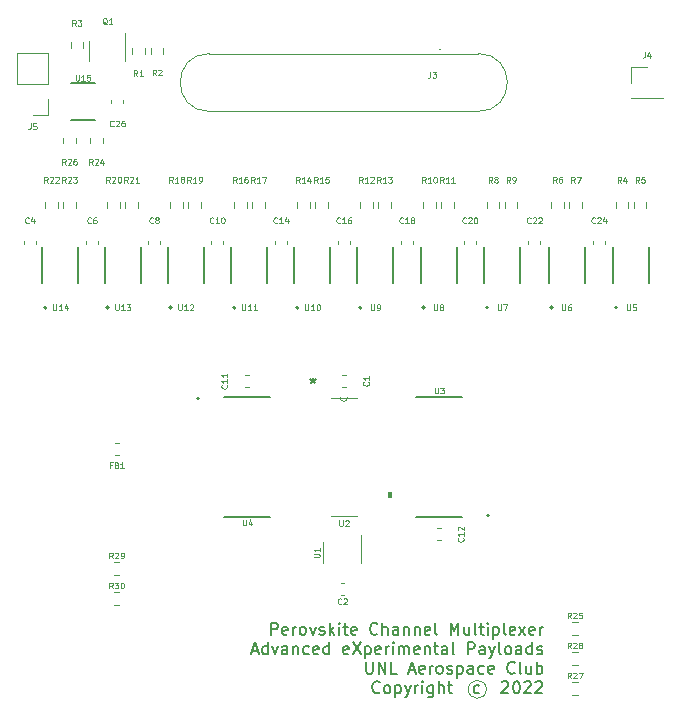
<source format=gbr>
%TF.GenerationSoftware,KiCad,Pcbnew,(5.1.10)-1*%
%TF.CreationDate,2022-10-09T17:15:07-05:00*%
%TF.ProjectId,switcher,73776974-6368-4657-922e-6b696361645f,A*%
%TF.SameCoordinates,Original*%
%TF.FileFunction,Legend,Top*%
%TF.FilePolarity,Positive*%
%FSLAX46Y46*%
G04 Gerber Fmt 4.6, Leading zero omitted, Abs format (unit mm)*
G04 Created by KiCad (PCBNEW (5.1.10)-1) date 2022-10-09 17:15:07*
%MOMM*%
%LPD*%
G01*
G04 APERTURE LIST*
%ADD10C,0.100000*%
%ADD11C,0.150000*%
%ADD12C,0.120000*%
%ADD13C,0.152400*%
%ADD14C,0.127000*%
%ADD15C,0.200000*%
G04 APERTURE END LIST*
D10*
X165928141Y-126428500D02*
G75*
G03*
X165928141Y-126428500I-764641J0D01*
G01*
D11*
X147701642Y-121802380D02*
X147701642Y-120802380D01*
X148082595Y-120802380D01*
X148177833Y-120850000D01*
X148225452Y-120897619D01*
X148273071Y-120992857D01*
X148273071Y-121135714D01*
X148225452Y-121230952D01*
X148177833Y-121278571D01*
X148082595Y-121326190D01*
X147701642Y-121326190D01*
X149082595Y-121754761D02*
X148987357Y-121802380D01*
X148796880Y-121802380D01*
X148701642Y-121754761D01*
X148654023Y-121659523D01*
X148654023Y-121278571D01*
X148701642Y-121183333D01*
X148796880Y-121135714D01*
X148987357Y-121135714D01*
X149082595Y-121183333D01*
X149130214Y-121278571D01*
X149130214Y-121373809D01*
X148654023Y-121469047D01*
X149558785Y-121802380D02*
X149558785Y-121135714D01*
X149558785Y-121326190D02*
X149606404Y-121230952D01*
X149654023Y-121183333D01*
X149749261Y-121135714D01*
X149844500Y-121135714D01*
X150320690Y-121802380D02*
X150225452Y-121754761D01*
X150177833Y-121707142D01*
X150130214Y-121611904D01*
X150130214Y-121326190D01*
X150177833Y-121230952D01*
X150225452Y-121183333D01*
X150320690Y-121135714D01*
X150463547Y-121135714D01*
X150558785Y-121183333D01*
X150606404Y-121230952D01*
X150654023Y-121326190D01*
X150654023Y-121611904D01*
X150606404Y-121707142D01*
X150558785Y-121754761D01*
X150463547Y-121802380D01*
X150320690Y-121802380D01*
X150987357Y-121135714D02*
X151225452Y-121802380D01*
X151463547Y-121135714D01*
X151796880Y-121754761D02*
X151892119Y-121802380D01*
X152082595Y-121802380D01*
X152177833Y-121754761D01*
X152225452Y-121659523D01*
X152225452Y-121611904D01*
X152177833Y-121516666D01*
X152082595Y-121469047D01*
X151939738Y-121469047D01*
X151844500Y-121421428D01*
X151796880Y-121326190D01*
X151796880Y-121278571D01*
X151844500Y-121183333D01*
X151939738Y-121135714D01*
X152082595Y-121135714D01*
X152177833Y-121183333D01*
X152654023Y-121802380D02*
X152654023Y-120802380D01*
X152749261Y-121421428D02*
X153034976Y-121802380D01*
X153034976Y-121135714D02*
X152654023Y-121516666D01*
X153463547Y-121802380D02*
X153463547Y-121135714D01*
X153463547Y-120802380D02*
X153415928Y-120850000D01*
X153463547Y-120897619D01*
X153511166Y-120850000D01*
X153463547Y-120802380D01*
X153463547Y-120897619D01*
X153796880Y-121135714D02*
X154177833Y-121135714D01*
X153939738Y-120802380D02*
X153939738Y-121659523D01*
X153987357Y-121754761D01*
X154082595Y-121802380D01*
X154177833Y-121802380D01*
X154892119Y-121754761D02*
X154796880Y-121802380D01*
X154606404Y-121802380D01*
X154511166Y-121754761D01*
X154463547Y-121659523D01*
X154463547Y-121278571D01*
X154511166Y-121183333D01*
X154606404Y-121135714D01*
X154796880Y-121135714D01*
X154892119Y-121183333D01*
X154939738Y-121278571D01*
X154939738Y-121373809D01*
X154463547Y-121469047D01*
X156701642Y-121707142D02*
X156654023Y-121754761D01*
X156511166Y-121802380D01*
X156415928Y-121802380D01*
X156273071Y-121754761D01*
X156177833Y-121659523D01*
X156130214Y-121564285D01*
X156082595Y-121373809D01*
X156082595Y-121230952D01*
X156130214Y-121040476D01*
X156177833Y-120945238D01*
X156273071Y-120850000D01*
X156415928Y-120802380D01*
X156511166Y-120802380D01*
X156654023Y-120850000D01*
X156701642Y-120897619D01*
X157130214Y-121802380D02*
X157130214Y-120802380D01*
X157558785Y-121802380D02*
X157558785Y-121278571D01*
X157511166Y-121183333D01*
X157415928Y-121135714D01*
X157273071Y-121135714D01*
X157177833Y-121183333D01*
X157130214Y-121230952D01*
X158463547Y-121802380D02*
X158463547Y-121278571D01*
X158415928Y-121183333D01*
X158320690Y-121135714D01*
X158130214Y-121135714D01*
X158034976Y-121183333D01*
X158463547Y-121754761D02*
X158368309Y-121802380D01*
X158130214Y-121802380D01*
X158034976Y-121754761D01*
X157987357Y-121659523D01*
X157987357Y-121564285D01*
X158034976Y-121469047D01*
X158130214Y-121421428D01*
X158368309Y-121421428D01*
X158463547Y-121373809D01*
X158939738Y-121135714D02*
X158939738Y-121802380D01*
X158939738Y-121230952D02*
X158987357Y-121183333D01*
X159082595Y-121135714D01*
X159225452Y-121135714D01*
X159320690Y-121183333D01*
X159368309Y-121278571D01*
X159368309Y-121802380D01*
X159844500Y-121135714D02*
X159844500Y-121802380D01*
X159844500Y-121230952D02*
X159892119Y-121183333D01*
X159987357Y-121135714D01*
X160130214Y-121135714D01*
X160225452Y-121183333D01*
X160273071Y-121278571D01*
X160273071Y-121802380D01*
X161130214Y-121754761D02*
X161034976Y-121802380D01*
X160844500Y-121802380D01*
X160749261Y-121754761D01*
X160701642Y-121659523D01*
X160701642Y-121278571D01*
X160749261Y-121183333D01*
X160844500Y-121135714D01*
X161034976Y-121135714D01*
X161130214Y-121183333D01*
X161177833Y-121278571D01*
X161177833Y-121373809D01*
X160701642Y-121469047D01*
X161749261Y-121802380D02*
X161654023Y-121754761D01*
X161606404Y-121659523D01*
X161606404Y-120802380D01*
X162892119Y-121802380D02*
X162892119Y-120802380D01*
X163225452Y-121516666D01*
X163558785Y-120802380D01*
X163558785Y-121802380D01*
X164463547Y-121135714D02*
X164463547Y-121802380D01*
X164034976Y-121135714D02*
X164034976Y-121659523D01*
X164082595Y-121754761D01*
X164177833Y-121802380D01*
X164320690Y-121802380D01*
X164415928Y-121754761D01*
X164463547Y-121707142D01*
X165082595Y-121802380D02*
X164987357Y-121754761D01*
X164939738Y-121659523D01*
X164939738Y-120802380D01*
X165320690Y-121135714D02*
X165701642Y-121135714D01*
X165463547Y-120802380D02*
X165463547Y-121659523D01*
X165511166Y-121754761D01*
X165606404Y-121802380D01*
X165701642Y-121802380D01*
X166034976Y-121802380D02*
X166034976Y-121135714D01*
X166034976Y-120802380D02*
X165987357Y-120850000D01*
X166034976Y-120897619D01*
X166082595Y-120850000D01*
X166034976Y-120802380D01*
X166034976Y-120897619D01*
X166511166Y-121135714D02*
X166511166Y-122135714D01*
X166511166Y-121183333D02*
X166606404Y-121135714D01*
X166796880Y-121135714D01*
X166892119Y-121183333D01*
X166939738Y-121230952D01*
X166987357Y-121326190D01*
X166987357Y-121611904D01*
X166939738Y-121707142D01*
X166892119Y-121754761D01*
X166796880Y-121802380D01*
X166606404Y-121802380D01*
X166511166Y-121754761D01*
X167558785Y-121802380D02*
X167463547Y-121754761D01*
X167415928Y-121659523D01*
X167415928Y-120802380D01*
X168320690Y-121754761D02*
X168225452Y-121802380D01*
X168034976Y-121802380D01*
X167939738Y-121754761D01*
X167892119Y-121659523D01*
X167892119Y-121278571D01*
X167939738Y-121183333D01*
X168034976Y-121135714D01*
X168225452Y-121135714D01*
X168320690Y-121183333D01*
X168368309Y-121278571D01*
X168368309Y-121373809D01*
X167892119Y-121469047D01*
X168701642Y-121802380D02*
X169225452Y-121135714D01*
X168701642Y-121135714D02*
X169225452Y-121802380D01*
X169987357Y-121754761D02*
X169892119Y-121802380D01*
X169701642Y-121802380D01*
X169606404Y-121754761D01*
X169558785Y-121659523D01*
X169558785Y-121278571D01*
X169606404Y-121183333D01*
X169701642Y-121135714D01*
X169892119Y-121135714D01*
X169987357Y-121183333D01*
X170034976Y-121278571D01*
X170034976Y-121373809D01*
X169558785Y-121469047D01*
X170463547Y-121802380D02*
X170463547Y-121135714D01*
X170463547Y-121326190D02*
X170511166Y-121230952D01*
X170558785Y-121183333D01*
X170654023Y-121135714D01*
X170749261Y-121135714D01*
X146082595Y-123166666D02*
X146558785Y-123166666D01*
X145987357Y-123452380D02*
X146320690Y-122452380D01*
X146654023Y-123452380D01*
X147415928Y-123452380D02*
X147415928Y-122452380D01*
X147415928Y-123404761D02*
X147320690Y-123452380D01*
X147130214Y-123452380D01*
X147034976Y-123404761D01*
X146987357Y-123357142D01*
X146939738Y-123261904D01*
X146939738Y-122976190D01*
X146987357Y-122880952D01*
X147034976Y-122833333D01*
X147130214Y-122785714D01*
X147320690Y-122785714D01*
X147415928Y-122833333D01*
X147796880Y-122785714D02*
X148034976Y-123452380D01*
X148273071Y-122785714D01*
X149082595Y-123452380D02*
X149082595Y-122928571D01*
X149034976Y-122833333D01*
X148939738Y-122785714D01*
X148749261Y-122785714D01*
X148654023Y-122833333D01*
X149082595Y-123404761D02*
X148987357Y-123452380D01*
X148749261Y-123452380D01*
X148654023Y-123404761D01*
X148606404Y-123309523D01*
X148606404Y-123214285D01*
X148654023Y-123119047D01*
X148749261Y-123071428D01*
X148987357Y-123071428D01*
X149082595Y-123023809D01*
X149558785Y-122785714D02*
X149558785Y-123452380D01*
X149558785Y-122880952D02*
X149606404Y-122833333D01*
X149701642Y-122785714D01*
X149844500Y-122785714D01*
X149939738Y-122833333D01*
X149987357Y-122928571D01*
X149987357Y-123452380D01*
X150892119Y-123404761D02*
X150796880Y-123452380D01*
X150606404Y-123452380D01*
X150511166Y-123404761D01*
X150463547Y-123357142D01*
X150415928Y-123261904D01*
X150415928Y-122976190D01*
X150463547Y-122880952D01*
X150511166Y-122833333D01*
X150606404Y-122785714D01*
X150796880Y-122785714D01*
X150892119Y-122833333D01*
X151701642Y-123404761D02*
X151606404Y-123452380D01*
X151415928Y-123452380D01*
X151320690Y-123404761D01*
X151273071Y-123309523D01*
X151273071Y-122928571D01*
X151320690Y-122833333D01*
X151415928Y-122785714D01*
X151606404Y-122785714D01*
X151701642Y-122833333D01*
X151749261Y-122928571D01*
X151749261Y-123023809D01*
X151273071Y-123119047D01*
X152606404Y-123452380D02*
X152606404Y-122452380D01*
X152606404Y-123404761D02*
X152511166Y-123452380D01*
X152320690Y-123452380D01*
X152225452Y-123404761D01*
X152177833Y-123357142D01*
X152130214Y-123261904D01*
X152130214Y-122976190D01*
X152177833Y-122880952D01*
X152225452Y-122833333D01*
X152320690Y-122785714D01*
X152511166Y-122785714D01*
X152606404Y-122833333D01*
X154225452Y-123404761D02*
X154130214Y-123452380D01*
X153939738Y-123452380D01*
X153844500Y-123404761D01*
X153796880Y-123309523D01*
X153796880Y-122928571D01*
X153844500Y-122833333D01*
X153939738Y-122785714D01*
X154130214Y-122785714D01*
X154225452Y-122833333D01*
X154273071Y-122928571D01*
X154273071Y-123023809D01*
X153796880Y-123119047D01*
X154606404Y-122452380D02*
X155273071Y-123452380D01*
X155273071Y-122452380D02*
X154606404Y-123452380D01*
X155654023Y-122785714D02*
X155654023Y-123785714D01*
X155654023Y-122833333D02*
X155749261Y-122785714D01*
X155939738Y-122785714D01*
X156034976Y-122833333D01*
X156082595Y-122880952D01*
X156130214Y-122976190D01*
X156130214Y-123261904D01*
X156082595Y-123357142D01*
X156034976Y-123404761D01*
X155939738Y-123452380D01*
X155749261Y-123452380D01*
X155654023Y-123404761D01*
X156939738Y-123404761D02*
X156844500Y-123452380D01*
X156654023Y-123452380D01*
X156558785Y-123404761D01*
X156511166Y-123309523D01*
X156511166Y-122928571D01*
X156558785Y-122833333D01*
X156654023Y-122785714D01*
X156844500Y-122785714D01*
X156939738Y-122833333D01*
X156987357Y-122928571D01*
X156987357Y-123023809D01*
X156511166Y-123119047D01*
X157415928Y-123452380D02*
X157415928Y-122785714D01*
X157415928Y-122976190D02*
X157463547Y-122880952D01*
X157511166Y-122833333D01*
X157606404Y-122785714D01*
X157701642Y-122785714D01*
X158034976Y-123452380D02*
X158034976Y-122785714D01*
X158034976Y-122452380D02*
X157987357Y-122500000D01*
X158034976Y-122547619D01*
X158082595Y-122500000D01*
X158034976Y-122452380D01*
X158034976Y-122547619D01*
X158511166Y-123452380D02*
X158511166Y-122785714D01*
X158511166Y-122880952D02*
X158558785Y-122833333D01*
X158654023Y-122785714D01*
X158796880Y-122785714D01*
X158892119Y-122833333D01*
X158939738Y-122928571D01*
X158939738Y-123452380D01*
X158939738Y-122928571D02*
X158987357Y-122833333D01*
X159082595Y-122785714D01*
X159225452Y-122785714D01*
X159320690Y-122833333D01*
X159368309Y-122928571D01*
X159368309Y-123452380D01*
X160225452Y-123404761D02*
X160130214Y-123452380D01*
X159939738Y-123452380D01*
X159844500Y-123404761D01*
X159796880Y-123309523D01*
X159796880Y-122928571D01*
X159844500Y-122833333D01*
X159939738Y-122785714D01*
X160130214Y-122785714D01*
X160225452Y-122833333D01*
X160273071Y-122928571D01*
X160273071Y-123023809D01*
X159796880Y-123119047D01*
X160701642Y-122785714D02*
X160701642Y-123452380D01*
X160701642Y-122880952D02*
X160749261Y-122833333D01*
X160844500Y-122785714D01*
X160987357Y-122785714D01*
X161082595Y-122833333D01*
X161130214Y-122928571D01*
X161130214Y-123452380D01*
X161463547Y-122785714D02*
X161844500Y-122785714D01*
X161606404Y-122452380D02*
X161606404Y-123309523D01*
X161654023Y-123404761D01*
X161749261Y-123452380D01*
X161844500Y-123452380D01*
X162606404Y-123452380D02*
X162606404Y-122928571D01*
X162558785Y-122833333D01*
X162463547Y-122785714D01*
X162273071Y-122785714D01*
X162177833Y-122833333D01*
X162606404Y-123404761D02*
X162511166Y-123452380D01*
X162273071Y-123452380D01*
X162177833Y-123404761D01*
X162130214Y-123309523D01*
X162130214Y-123214285D01*
X162177833Y-123119047D01*
X162273071Y-123071428D01*
X162511166Y-123071428D01*
X162606404Y-123023809D01*
X163225452Y-123452380D02*
X163130214Y-123404761D01*
X163082595Y-123309523D01*
X163082595Y-122452380D01*
X164368309Y-123452380D02*
X164368309Y-122452380D01*
X164749261Y-122452380D01*
X164844500Y-122500000D01*
X164892119Y-122547619D01*
X164939738Y-122642857D01*
X164939738Y-122785714D01*
X164892119Y-122880952D01*
X164844500Y-122928571D01*
X164749261Y-122976190D01*
X164368309Y-122976190D01*
X165796880Y-123452380D02*
X165796880Y-122928571D01*
X165749261Y-122833333D01*
X165654023Y-122785714D01*
X165463547Y-122785714D01*
X165368309Y-122833333D01*
X165796880Y-123404761D02*
X165701642Y-123452380D01*
X165463547Y-123452380D01*
X165368309Y-123404761D01*
X165320690Y-123309523D01*
X165320690Y-123214285D01*
X165368309Y-123119047D01*
X165463547Y-123071428D01*
X165701642Y-123071428D01*
X165796880Y-123023809D01*
X166177833Y-122785714D02*
X166415928Y-123452380D01*
X166654023Y-122785714D02*
X166415928Y-123452380D01*
X166320690Y-123690476D01*
X166273071Y-123738095D01*
X166177833Y-123785714D01*
X167177833Y-123452380D02*
X167082595Y-123404761D01*
X167034976Y-123309523D01*
X167034976Y-122452380D01*
X167701642Y-123452380D02*
X167606404Y-123404761D01*
X167558785Y-123357142D01*
X167511166Y-123261904D01*
X167511166Y-122976190D01*
X167558785Y-122880952D01*
X167606404Y-122833333D01*
X167701642Y-122785714D01*
X167844500Y-122785714D01*
X167939738Y-122833333D01*
X167987357Y-122880952D01*
X168034976Y-122976190D01*
X168034976Y-123261904D01*
X167987357Y-123357142D01*
X167939738Y-123404761D01*
X167844500Y-123452380D01*
X167701642Y-123452380D01*
X168892119Y-123452380D02*
X168892119Y-122928571D01*
X168844500Y-122833333D01*
X168749261Y-122785714D01*
X168558785Y-122785714D01*
X168463547Y-122833333D01*
X168892119Y-123404761D02*
X168796880Y-123452380D01*
X168558785Y-123452380D01*
X168463547Y-123404761D01*
X168415928Y-123309523D01*
X168415928Y-123214285D01*
X168463547Y-123119047D01*
X168558785Y-123071428D01*
X168796880Y-123071428D01*
X168892119Y-123023809D01*
X169796880Y-123452380D02*
X169796880Y-122452380D01*
X169796880Y-123404761D02*
X169701642Y-123452380D01*
X169511166Y-123452380D01*
X169415928Y-123404761D01*
X169368309Y-123357142D01*
X169320690Y-123261904D01*
X169320690Y-122976190D01*
X169368309Y-122880952D01*
X169415928Y-122833333D01*
X169511166Y-122785714D01*
X169701642Y-122785714D01*
X169796880Y-122833333D01*
X170225452Y-123404761D02*
X170320690Y-123452380D01*
X170511166Y-123452380D01*
X170606404Y-123404761D01*
X170654023Y-123309523D01*
X170654023Y-123261904D01*
X170606404Y-123166666D01*
X170511166Y-123119047D01*
X170368309Y-123119047D01*
X170273071Y-123071428D01*
X170225452Y-122976190D01*
X170225452Y-122928571D01*
X170273071Y-122833333D01*
X170368309Y-122785714D01*
X170511166Y-122785714D01*
X170606404Y-122833333D01*
X155749261Y-124102380D02*
X155749261Y-124911904D01*
X155796880Y-125007142D01*
X155844500Y-125054761D01*
X155939738Y-125102380D01*
X156130214Y-125102380D01*
X156225452Y-125054761D01*
X156273071Y-125007142D01*
X156320690Y-124911904D01*
X156320690Y-124102380D01*
X156796880Y-125102380D02*
X156796880Y-124102380D01*
X157368309Y-125102380D01*
X157368309Y-124102380D01*
X158320690Y-125102380D02*
X157844500Y-125102380D01*
X157844500Y-124102380D01*
X159368309Y-124816666D02*
X159844500Y-124816666D01*
X159273071Y-125102380D02*
X159606404Y-124102380D01*
X159939738Y-125102380D01*
X160654023Y-125054761D02*
X160558785Y-125102380D01*
X160368309Y-125102380D01*
X160273071Y-125054761D01*
X160225452Y-124959523D01*
X160225452Y-124578571D01*
X160273071Y-124483333D01*
X160368309Y-124435714D01*
X160558785Y-124435714D01*
X160654023Y-124483333D01*
X160701642Y-124578571D01*
X160701642Y-124673809D01*
X160225452Y-124769047D01*
X161130214Y-125102380D02*
X161130214Y-124435714D01*
X161130214Y-124626190D02*
X161177833Y-124530952D01*
X161225452Y-124483333D01*
X161320690Y-124435714D01*
X161415928Y-124435714D01*
X161892119Y-125102380D02*
X161796880Y-125054761D01*
X161749261Y-125007142D01*
X161701642Y-124911904D01*
X161701642Y-124626190D01*
X161749261Y-124530952D01*
X161796880Y-124483333D01*
X161892119Y-124435714D01*
X162034976Y-124435714D01*
X162130214Y-124483333D01*
X162177833Y-124530952D01*
X162225452Y-124626190D01*
X162225452Y-124911904D01*
X162177833Y-125007142D01*
X162130214Y-125054761D01*
X162034976Y-125102380D01*
X161892119Y-125102380D01*
X162606404Y-125054761D02*
X162701642Y-125102380D01*
X162892119Y-125102380D01*
X162987357Y-125054761D01*
X163034976Y-124959523D01*
X163034976Y-124911904D01*
X162987357Y-124816666D01*
X162892119Y-124769047D01*
X162749261Y-124769047D01*
X162654023Y-124721428D01*
X162606404Y-124626190D01*
X162606404Y-124578571D01*
X162654023Y-124483333D01*
X162749261Y-124435714D01*
X162892119Y-124435714D01*
X162987357Y-124483333D01*
X163463547Y-124435714D02*
X163463547Y-125435714D01*
X163463547Y-124483333D02*
X163558785Y-124435714D01*
X163749261Y-124435714D01*
X163844500Y-124483333D01*
X163892119Y-124530952D01*
X163939738Y-124626190D01*
X163939738Y-124911904D01*
X163892119Y-125007142D01*
X163844500Y-125054761D01*
X163749261Y-125102380D01*
X163558785Y-125102380D01*
X163463547Y-125054761D01*
X164796880Y-125102380D02*
X164796880Y-124578571D01*
X164749261Y-124483333D01*
X164654023Y-124435714D01*
X164463547Y-124435714D01*
X164368309Y-124483333D01*
X164796880Y-125054761D02*
X164701642Y-125102380D01*
X164463547Y-125102380D01*
X164368309Y-125054761D01*
X164320690Y-124959523D01*
X164320690Y-124864285D01*
X164368309Y-124769047D01*
X164463547Y-124721428D01*
X164701642Y-124721428D01*
X164796880Y-124673809D01*
X165701642Y-125054761D02*
X165606404Y-125102380D01*
X165415928Y-125102380D01*
X165320690Y-125054761D01*
X165273071Y-125007142D01*
X165225452Y-124911904D01*
X165225452Y-124626190D01*
X165273071Y-124530952D01*
X165320690Y-124483333D01*
X165415928Y-124435714D01*
X165606404Y-124435714D01*
X165701642Y-124483333D01*
X166511166Y-125054761D02*
X166415928Y-125102380D01*
X166225452Y-125102380D01*
X166130214Y-125054761D01*
X166082595Y-124959523D01*
X166082595Y-124578571D01*
X166130214Y-124483333D01*
X166225452Y-124435714D01*
X166415928Y-124435714D01*
X166511166Y-124483333D01*
X166558785Y-124578571D01*
X166558785Y-124673809D01*
X166082595Y-124769047D01*
X168320690Y-125007142D02*
X168273071Y-125054761D01*
X168130214Y-125102380D01*
X168034976Y-125102380D01*
X167892119Y-125054761D01*
X167796880Y-124959523D01*
X167749261Y-124864285D01*
X167701642Y-124673809D01*
X167701642Y-124530952D01*
X167749261Y-124340476D01*
X167796880Y-124245238D01*
X167892119Y-124150000D01*
X168034976Y-124102380D01*
X168130214Y-124102380D01*
X168273071Y-124150000D01*
X168320690Y-124197619D01*
X168892119Y-125102380D02*
X168796880Y-125054761D01*
X168749261Y-124959523D01*
X168749261Y-124102380D01*
X169701642Y-124435714D02*
X169701642Y-125102380D01*
X169273071Y-124435714D02*
X169273071Y-124959523D01*
X169320690Y-125054761D01*
X169415928Y-125102380D01*
X169558785Y-125102380D01*
X169654023Y-125054761D01*
X169701642Y-125007142D01*
X170177833Y-125102380D02*
X170177833Y-124102380D01*
X170177833Y-124483333D02*
X170273071Y-124435714D01*
X170463547Y-124435714D01*
X170558785Y-124483333D01*
X170606404Y-124530952D01*
X170654023Y-124626190D01*
X170654023Y-124911904D01*
X170606404Y-125007142D01*
X170558785Y-125054761D01*
X170463547Y-125102380D01*
X170273071Y-125102380D01*
X170177833Y-125054761D01*
X156892119Y-126657142D02*
X156844500Y-126704761D01*
X156701642Y-126752380D01*
X156606404Y-126752380D01*
X156463547Y-126704761D01*
X156368309Y-126609523D01*
X156320690Y-126514285D01*
X156273071Y-126323809D01*
X156273071Y-126180952D01*
X156320690Y-125990476D01*
X156368309Y-125895238D01*
X156463547Y-125800000D01*
X156606404Y-125752380D01*
X156701642Y-125752380D01*
X156844500Y-125800000D01*
X156892119Y-125847619D01*
X157463547Y-126752380D02*
X157368309Y-126704761D01*
X157320690Y-126657142D01*
X157273071Y-126561904D01*
X157273071Y-126276190D01*
X157320690Y-126180952D01*
X157368309Y-126133333D01*
X157463547Y-126085714D01*
X157606404Y-126085714D01*
X157701642Y-126133333D01*
X157749261Y-126180952D01*
X157796880Y-126276190D01*
X157796880Y-126561904D01*
X157749261Y-126657142D01*
X157701642Y-126704761D01*
X157606404Y-126752380D01*
X157463547Y-126752380D01*
X158225452Y-126085714D02*
X158225452Y-127085714D01*
X158225452Y-126133333D02*
X158320690Y-126085714D01*
X158511166Y-126085714D01*
X158606404Y-126133333D01*
X158654023Y-126180952D01*
X158701642Y-126276190D01*
X158701642Y-126561904D01*
X158654023Y-126657142D01*
X158606404Y-126704761D01*
X158511166Y-126752380D01*
X158320690Y-126752380D01*
X158225452Y-126704761D01*
X159034976Y-126085714D02*
X159273071Y-126752380D01*
X159511166Y-126085714D02*
X159273071Y-126752380D01*
X159177833Y-126990476D01*
X159130214Y-127038095D01*
X159034976Y-127085714D01*
X159892119Y-126752380D02*
X159892119Y-126085714D01*
X159892119Y-126276190D02*
X159939738Y-126180952D01*
X159987357Y-126133333D01*
X160082595Y-126085714D01*
X160177833Y-126085714D01*
X160511166Y-126752380D02*
X160511166Y-126085714D01*
X160511166Y-125752380D02*
X160463547Y-125800000D01*
X160511166Y-125847619D01*
X160558785Y-125800000D01*
X160511166Y-125752380D01*
X160511166Y-125847619D01*
X161415928Y-126085714D02*
X161415928Y-126895238D01*
X161368309Y-126990476D01*
X161320690Y-127038095D01*
X161225452Y-127085714D01*
X161082595Y-127085714D01*
X160987357Y-127038095D01*
X161415928Y-126704761D02*
X161320690Y-126752380D01*
X161130214Y-126752380D01*
X161034976Y-126704761D01*
X160987357Y-126657142D01*
X160939738Y-126561904D01*
X160939738Y-126276190D01*
X160987357Y-126180952D01*
X161034976Y-126133333D01*
X161130214Y-126085714D01*
X161320690Y-126085714D01*
X161415928Y-126133333D01*
X161892119Y-126752380D02*
X161892119Y-125752380D01*
X162320690Y-126752380D02*
X162320690Y-126228571D01*
X162273071Y-126133333D01*
X162177833Y-126085714D01*
X162034976Y-126085714D01*
X161939738Y-126133333D01*
X161892119Y-126180952D01*
X162654023Y-126085714D02*
X163034976Y-126085714D01*
X162796880Y-125752380D02*
X162796880Y-126609523D01*
X162844500Y-126704761D01*
X162939738Y-126752380D01*
X163034976Y-126752380D01*
X165320690Y-126704761D02*
X165225452Y-126752380D01*
X165034976Y-126752380D01*
X164939738Y-126704761D01*
X164892119Y-126657142D01*
X164844500Y-126561904D01*
X164844500Y-126276190D01*
X164892119Y-126180952D01*
X164939738Y-126133333D01*
X165034976Y-126085714D01*
X165225452Y-126085714D01*
X165320690Y-126133333D01*
X167225452Y-125847619D02*
X167273071Y-125800000D01*
X167368309Y-125752380D01*
X167606404Y-125752380D01*
X167701642Y-125800000D01*
X167749261Y-125847619D01*
X167796880Y-125942857D01*
X167796880Y-126038095D01*
X167749261Y-126180952D01*
X167177833Y-126752380D01*
X167796880Y-126752380D01*
X168415928Y-125752380D02*
X168511166Y-125752380D01*
X168606404Y-125800000D01*
X168654023Y-125847619D01*
X168701642Y-125942857D01*
X168749261Y-126133333D01*
X168749261Y-126371428D01*
X168701642Y-126561904D01*
X168654023Y-126657142D01*
X168606404Y-126704761D01*
X168511166Y-126752380D01*
X168415928Y-126752380D01*
X168320690Y-126704761D01*
X168273071Y-126657142D01*
X168225452Y-126561904D01*
X168177833Y-126371428D01*
X168177833Y-126133333D01*
X168225452Y-125942857D01*
X168273071Y-125847619D01*
X168320690Y-125800000D01*
X168415928Y-125752380D01*
X169130214Y-125847619D02*
X169177833Y-125800000D01*
X169273071Y-125752380D01*
X169511166Y-125752380D01*
X169606404Y-125800000D01*
X169654023Y-125847619D01*
X169701642Y-125942857D01*
X169701642Y-126038095D01*
X169654023Y-126180952D01*
X169082595Y-126752380D01*
X169701642Y-126752380D01*
X170082595Y-125847619D02*
X170130214Y-125800000D01*
X170225452Y-125752380D01*
X170463547Y-125752380D01*
X170558785Y-125800000D01*
X170606404Y-125847619D01*
X170654023Y-125942857D01*
X170654023Y-126038095D01*
X170606404Y-126180952D01*
X170034976Y-126752380D01*
X170654023Y-126752380D01*
D10*
%TO.C,U2*%
G36*
X157822900Y-109728000D02*
G01*
X157822900Y-110109000D01*
X157568900Y-110109000D01*
X157568900Y-109728000D01*
X157822900Y-109728000D01*
G37*
X157822900Y-109728000D02*
X157822900Y-110109000D01*
X157568900Y-110109000D01*
X157568900Y-109728000D01*
X157822900Y-109728000D01*
D12*
X154949803Y-101739700D02*
X152771197Y-101739700D01*
X152771197Y-111747300D02*
X154949803Y-111747300D01*
X154165300Y-101739700D02*
G75*
G02*
X153555700Y-101739700I-304800J0D01*
G01*
%TO.C,R30*%
X134382742Y-118222500D02*
X134857258Y-118222500D01*
X134382742Y-119267500D02*
X134857258Y-119267500D01*
%TO.C,R29*%
X134857258Y-116727500D02*
X134382742Y-116727500D01*
X134857258Y-115682500D02*
X134382742Y-115682500D01*
%TO.C,R28*%
X173181242Y-123302500D02*
X173655758Y-123302500D01*
X173181242Y-124347500D02*
X173655758Y-124347500D01*
%TO.C,R27*%
X173181242Y-125842500D02*
X173655758Y-125842500D01*
X173181242Y-126887500D02*
X173655758Y-126887500D01*
%TO.C,R25*%
X173181242Y-120762500D02*
X173655758Y-120762500D01*
X173181242Y-121807500D02*
X173655758Y-121807500D01*
%TO.C,U1*%
X152123500Y-113971500D02*
X152123500Y-115771500D01*
X155343500Y-115771500D02*
X155343500Y-113321500D01*
%TO.C,J5*%
X128838000Y-77784000D02*
X127508000Y-77784000D01*
X128838000Y-76454000D02*
X128838000Y-77784000D01*
X128838000Y-75184000D02*
X126178000Y-75184000D01*
X126178000Y-75184000D02*
X126178000Y-72584000D01*
X128838000Y-75184000D02*
X128838000Y-72584000D01*
X128838000Y-72584000D02*
X126178000Y-72584000D01*
%TO.C,J4*%
X178184500Y-73727000D02*
X179514500Y-73727000D01*
X178184500Y-75057000D02*
X178184500Y-73727000D01*
X178184500Y-76327000D02*
X180844500Y-76327000D01*
X180844500Y-76327000D02*
X180844500Y-76387000D01*
X178184500Y-76327000D02*
X178184500Y-76387000D01*
X178184500Y-76387000D02*
X180844500Y-76387000D01*
%TO.C,FB1*%
X134782779Y-106555000D02*
X134457221Y-106555000D01*
X134782779Y-105535000D02*
X134457221Y-105535000D01*
D13*
%TO.C,U15*%
X132778500Y-75069700D02*
X130746500Y-75069700D01*
X130746500Y-78219300D02*
X132778500Y-78219300D01*
D14*
%TO.C,U14*%
X131386500Y-92012500D02*
X131386500Y-88962500D01*
X128336500Y-92012500D02*
X128336500Y-88962500D01*
D15*
X128681500Y-94107500D02*
G75*
G03*
X128681500Y-94107500I-100000J0D01*
G01*
D14*
%TO.C,U13*%
X136657000Y-92012500D02*
X136657000Y-88962500D01*
X133607000Y-92012500D02*
X133607000Y-88962500D01*
D15*
X133952000Y-94107500D02*
G75*
G03*
X133952000Y-94107500I-100000J0D01*
G01*
D14*
%TO.C,U12*%
X141990500Y-92012500D02*
X141990500Y-88962500D01*
X138940500Y-92012500D02*
X138940500Y-88962500D01*
D15*
X139285500Y-94107500D02*
G75*
G03*
X139285500Y-94107500I-100000J0D01*
G01*
D14*
%TO.C,U11*%
X147387500Y-92012500D02*
X147387500Y-88962500D01*
X144337500Y-92012500D02*
X144337500Y-88962500D01*
D15*
X144682500Y-94107500D02*
G75*
G03*
X144682500Y-94107500I-100000J0D01*
G01*
D14*
%TO.C,U10*%
X152721000Y-92012500D02*
X152721000Y-88962500D01*
X149671000Y-92012500D02*
X149671000Y-88962500D01*
D15*
X150016000Y-94107500D02*
G75*
G03*
X150016000Y-94107500I-100000J0D01*
G01*
D14*
%TO.C,U9*%
X158054500Y-92012500D02*
X158054500Y-88962500D01*
X155004500Y-92012500D02*
X155004500Y-88962500D01*
D15*
X155349500Y-94107500D02*
G75*
G03*
X155349500Y-94107500I-100000J0D01*
G01*
D14*
%TO.C,U8*%
X163404000Y-92003500D02*
X163404000Y-88953500D01*
X160354000Y-92003500D02*
X160354000Y-88953500D01*
D15*
X160699000Y-94098500D02*
G75*
G03*
X160699000Y-94098500I-100000J0D01*
G01*
D14*
%TO.C,U7*%
X168785000Y-92012500D02*
X168785000Y-88962500D01*
X165735000Y-92012500D02*
X165735000Y-88962500D01*
D15*
X166080000Y-94107500D02*
G75*
G03*
X166080000Y-94107500I-100000J0D01*
G01*
D14*
%TO.C,U6*%
X174245500Y-92012500D02*
X174245500Y-88962500D01*
X171195500Y-92012500D02*
X171195500Y-88962500D01*
D15*
X171540500Y-94107500D02*
G75*
G03*
X171540500Y-94107500I-100000J0D01*
G01*
D14*
%TO.C,U5*%
X179706000Y-92012500D02*
X179706000Y-88962500D01*
X176656000Y-92012500D02*
X176656000Y-88962500D01*
D15*
X177001000Y-94107500D02*
G75*
G03*
X177001000Y-94107500I-100000J0D01*
G01*
D14*
%TO.C,U4*%
X143719000Y-111808500D02*
X147619000Y-111808500D01*
X143719000Y-101678500D02*
X147619000Y-101678500D01*
D15*
X141624000Y-101798500D02*
G75*
G03*
X141624000Y-101798500I-100000J0D01*
G01*
D14*
%TO.C,U3*%
X163875000Y-101678500D02*
X159975000Y-101678500D01*
X163875000Y-111808500D02*
X159975000Y-111808500D01*
D15*
X166170000Y-111688500D02*
G75*
G03*
X166170000Y-111688500I-100000J0D01*
G01*
D12*
%TO.C,R26*%
X131142000Y-80183758D02*
X131142000Y-79709242D01*
X130097000Y-80183758D02*
X130097000Y-79709242D01*
%TO.C,R24*%
X133428000Y-80183758D02*
X133428000Y-79709242D01*
X132383000Y-80183758D02*
X132383000Y-79709242D01*
%TO.C,R23*%
X130101000Y-85170242D02*
X130101000Y-85644758D01*
X131146000Y-85170242D02*
X131146000Y-85644758D01*
%TO.C,R22*%
X128577000Y-85170242D02*
X128577000Y-85644758D01*
X129622000Y-85170242D02*
X129622000Y-85644758D01*
%TO.C,R21*%
X135371500Y-85170242D02*
X135371500Y-85644758D01*
X136416500Y-85170242D02*
X136416500Y-85644758D01*
%TO.C,R20*%
X133847500Y-85170242D02*
X133847500Y-85644758D01*
X134892500Y-85170242D02*
X134892500Y-85644758D01*
%TO.C,R19*%
X140705000Y-85170242D02*
X140705000Y-85644758D01*
X141750000Y-85170242D02*
X141750000Y-85644758D01*
%TO.C,R18*%
X139181000Y-85170242D02*
X139181000Y-85644758D01*
X140226000Y-85170242D02*
X140226000Y-85644758D01*
%TO.C,R17*%
X146102000Y-85170242D02*
X146102000Y-85644758D01*
X147147000Y-85170242D02*
X147147000Y-85644758D01*
%TO.C,R16*%
X144578000Y-85170242D02*
X144578000Y-85644758D01*
X145623000Y-85170242D02*
X145623000Y-85644758D01*
%TO.C,R15*%
X151435500Y-85170242D02*
X151435500Y-85644758D01*
X152480500Y-85170242D02*
X152480500Y-85644758D01*
%TO.C,R14*%
X149911500Y-85170242D02*
X149911500Y-85644758D01*
X150956500Y-85170242D02*
X150956500Y-85644758D01*
%TO.C,R13*%
X156769000Y-85170242D02*
X156769000Y-85644758D01*
X157814000Y-85170242D02*
X157814000Y-85644758D01*
%TO.C,R12*%
X155245000Y-85170242D02*
X155245000Y-85644758D01*
X156290000Y-85170242D02*
X156290000Y-85644758D01*
%TO.C,R11*%
X162102500Y-85170242D02*
X162102500Y-85644758D01*
X163147500Y-85170242D02*
X163147500Y-85644758D01*
%TO.C,R10*%
X160578500Y-85170242D02*
X160578500Y-85644758D01*
X161623500Y-85170242D02*
X161623500Y-85644758D01*
%TO.C,R9*%
X167499500Y-85170242D02*
X167499500Y-85644758D01*
X168544500Y-85170242D02*
X168544500Y-85644758D01*
%TO.C,R8*%
X165975500Y-85170242D02*
X165975500Y-85644758D01*
X167020500Y-85170242D02*
X167020500Y-85644758D01*
%TO.C,R7*%
X172960000Y-85170242D02*
X172960000Y-85644758D01*
X174005000Y-85170242D02*
X174005000Y-85644758D01*
%TO.C,R6*%
X171436000Y-85170242D02*
X171436000Y-85644758D01*
X172481000Y-85170242D02*
X172481000Y-85644758D01*
%TO.C,R5*%
X178420500Y-85170242D02*
X178420500Y-85644758D01*
X179465500Y-85170242D02*
X179465500Y-85644758D01*
%TO.C,R4*%
X176896500Y-85170242D02*
X176896500Y-85644758D01*
X177941500Y-85170242D02*
X177941500Y-85644758D01*
%TO.C,R3*%
X131777000Y-72119258D02*
X131777000Y-71644742D01*
X130732000Y-72119258D02*
X130732000Y-71644742D01*
%TO.C,R2*%
X137526500Y-72152242D02*
X137526500Y-72626758D01*
X138571500Y-72152242D02*
X138571500Y-72626758D01*
%TO.C,R1*%
X135939000Y-72152742D02*
X135939000Y-72627258D01*
X136984000Y-72152742D02*
X136984000Y-72627258D01*
%TO.C,Q1*%
X135368000Y-73270000D02*
X135368000Y-70840000D01*
X132298000Y-71510000D02*
X132298000Y-73270000D01*
D15*
%TO.C,J3*%
X162003500Y-72222000D02*
G75*
G03*
X162003500Y-72222000I-50000J0D01*
G01*
D10*
X142453500Y-72597000D02*
X165253500Y-72597000D01*
X165253500Y-77497000D02*
X142453500Y-77497000D01*
X165253500Y-77497000D02*
G75*
G03*
X165253500Y-72597000I0J2450000D01*
G01*
X142453500Y-72597000D02*
G75*
G03*
X142453500Y-77497000I0J-2450000D01*
G01*
D12*
%TO.C,C26*%
X135193500Y-76785080D02*
X135193500Y-76503920D01*
X134173500Y-76785080D02*
X134173500Y-76503920D01*
%TO.C,C24*%
X174940500Y-88441920D02*
X174940500Y-88723080D01*
X175960500Y-88441920D02*
X175960500Y-88723080D01*
%TO.C,C22*%
X169480000Y-88441920D02*
X169480000Y-88723080D01*
X170500000Y-88441920D02*
X170500000Y-88723080D01*
%TO.C,C20*%
X164019500Y-88441920D02*
X164019500Y-88723080D01*
X165039500Y-88441920D02*
X165039500Y-88723080D01*
%TO.C,C18*%
X158686000Y-88441920D02*
X158686000Y-88723080D01*
X159706000Y-88441920D02*
X159706000Y-88723080D01*
%TO.C,C16*%
X153352500Y-88441920D02*
X153352500Y-88723080D01*
X154372500Y-88441920D02*
X154372500Y-88723080D01*
%TO.C,C14*%
X148019000Y-88441920D02*
X148019000Y-88723080D01*
X149039000Y-88441920D02*
X149039000Y-88723080D01*
%TO.C,C12*%
X161784420Y-113794000D02*
X162065580Y-113794000D01*
X161784420Y-112774000D02*
X162065580Y-112774000D01*
%TO.C,C11*%
X145809580Y-99820000D02*
X145528420Y-99820000D01*
X145809580Y-100840000D02*
X145528420Y-100840000D01*
%TO.C,C10*%
X142622000Y-88441920D02*
X142622000Y-88723080D01*
X143642000Y-88441920D02*
X143642000Y-88723080D01*
%TO.C,C8*%
X137288500Y-88441920D02*
X137288500Y-88723080D01*
X138308500Y-88441920D02*
X138308500Y-88723080D01*
%TO.C,C6*%
X132018500Y-88441920D02*
X132018500Y-88723080D01*
X133038500Y-88441920D02*
X133038500Y-88723080D01*
%TO.C,C4*%
X126748000Y-88441920D02*
X126748000Y-88723080D01*
X127768000Y-88441920D02*
X127768000Y-88723080D01*
%TO.C,C2*%
X153874080Y-117409500D02*
X153592920Y-117409500D01*
X153874080Y-118429500D02*
X153592920Y-118429500D01*
%TO.C,C1*%
X154001080Y-99820000D02*
X153719920Y-99820000D01*
X154001080Y-100840000D02*
X153719920Y-100840000D01*
%TO.C,U2*%
D10*
X153479547Y-112121190D02*
X153479547Y-112525952D01*
X153503357Y-112573571D01*
X153527166Y-112597380D01*
X153574785Y-112621190D01*
X153670023Y-112621190D01*
X153717642Y-112597380D01*
X153741452Y-112573571D01*
X153765261Y-112525952D01*
X153765261Y-112121190D01*
X153979547Y-112168809D02*
X154003357Y-112145000D01*
X154050976Y-112121190D01*
X154170023Y-112121190D01*
X154217642Y-112145000D01*
X154241452Y-112168809D01*
X154265261Y-112216428D01*
X154265261Y-112264047D01*
X154241452Y-112335476D01*
X153955738Y-112621190D01*
X154265261Y-112621190D01*
D11*
X151244300Y-100049080D02*
X151244300Y-100287176D01*
X151006204Y-100191938D02*
X151244300Y-100287176D01*
X151482395Y-100191938D01*
X151101442Y-100477652D02*
X151244300Y-100287176D01*
X151387157Y-100477652D01*
X151244300Y-100049080D02*
X151244300Y-100287176D01*
X151006204Y-100191938D02*
X151244300Y-100287176D01*
X151482395Y-100191938D01*
X151101442Y-100477652D02*
X151244300Y-100287176D01*
X151387157Y-100477652D01*
%TO.C,R30*%
D10*
X134298571Y-117891690D02*
X134131904Y-117653595D01*
X134012857Y-117891690D02*
X134012857Y-117391690D01*
X134203333Y-117391690D01*
X134250952Y-117415500D01*
X134274761Y-117439309D01*
X134298571Y-117486928D01*
X134298571Y-117558357D01*
X134274761Y-117605976D01*
X134250952Y-117629785D01*
X134203333Y-117653595D01*
X134012857Y-117653595D01*
X134465238Y-117391690D02*
X134774761Y-117391690D01*
X134608095Y-117582166D01*
X134679523Y-117582166D01*
X134727142Y-117605976D01*
X134750952Y-117629785D01*
X134774761Y-117677404D01*
X134774761Y-117796452D01*
X134750952Y-117844071D01*
X134727142Y-117867880D01*
X134679523Y-117891690D01*
X134536666Y-117891690D01*
X134489047Y-117867880D01*
X134465238Y-117844071D01*
X135084285Y-117391690D02*
X135131904Y-117391690D01*
X135179523Y-117415500D01*
X135203333Y-117439309D01*
X135227142Y-117486928D01*
X135250952Y-117582166D01*
X135250952Y-117701214D01*
X135227142Y-117796452D01*
X135203333Y-117844071D01*
X135179523Y-117867880D01*
X135131904Y-117891690D01*
X135084285Y-117891690D01*
X135036666Y-117867880D01*
X135012857Y-117844071D01*
X134989047Y-117796452D01*
X134965238Y-117701214D01*
X134965238Y-117582166D01*
X134989047Y-117486928D01*
X135012857Y-117439309D01*
X135036666Y-117415500D01*
X135084285Y-117391690D01*
%TO.C,R29*%
X134298571Y-115351690D02*
X134131904Y-115113595D01*
X134012857Y-115351690D02*
X134012857Y-114851690D01*
X134203333Y-114851690D01*
X134250952Y-114875500D01*
X134274761Y-114899309D01*
X134298571Y-114946928D01*
X134298571Y-115018357D01*
X134274761Y-115065976D01*
X134250952Y-115089785D01*
X134203333Y-115113595D01*
X134012857Y-115113595D01*
X134489047Y-114899309D02*
X134512857Y-114875500D01*
X134560476Y-114851690D01*
X134679523Y-114851690D01*
X134727142Y-114875500D01*
X134750952Y-114899309D01*
X134774761Y-114946928D01*
X134774761Y-114994547D01*
X134750952Y-115065976D01*
X134465238Y-115351690D01*
X134774761Y-115351690D01*
X135012857Y-115351690D02*
X135108095Y-115351690D01*
X135155714Y-115327880D01*
X135179523Y-115304071D01*
X135227142Y-115232642D01*
X135250952Y-115137404D01*
X135250952Y-114946928D01*
X135227142Y-114899309D01*
X135203333Y-114875500D01*
X135155714Y-114851690D01*
X135060476Y-114851690D01*
X135012857Y-114875500D01*
X134989047Y-114899309D01*
X134965238Y-114946928D01*
X134965238Y-115065976D01*
X134989047Y-115113595D01*
X135012857Y-115137404D01*
X135060476Y-115161214D01*
X135155714Y-115161214D01*
X135203333Y-115137404D01*
X135227142Y-115113595D01*
X135250952Y-115065976D01*
%TO.C,R28*%
X173097071Y-122971690D02*
X172930404Y-122733595D01*
X172811357Y-122971690D02*
X172811357Y-122471690D01*
X173001833Y-122471690D01*
X173049452Y-122495500D01*
X173073261Y-122519309D01*
X173097071Y-122566928D01*
X173097071Y-122638357D01*
X173073261Y-122685976D01*
X173049452Y-122709785D01*
X173001833Y-122733595D01*
X172811357Y-122733595D01*
X173287547Y-122519309D02*
X173311357Y-122495500D01*
X173358976Y-122471690D01*
X173478023Y-122471690D01*
X173525642Y-122495500D01*
X173549452Y-122519309D01*
X173573261Y-122566928D01*
X173573261Y-122614547D01*
X173549452Y-122685976D01*
X173263738Y-122971690D01*
X173573261Y-122971690D01*
X173858976Y-122685976D02*
X173811357Y-122662166D01*
X173787547Y-122638357D01*
X173763738Y-122590738D01*
X173763738Y-122566928D01*
X173787547Y-122519309D01*
X173811357Y-122495500D01*
X173858976Y-122471690D01*
X173954214Y-122471690D01*
X174001833Y-122495500D01*
X174025642Y-122519309D01*
X174049452Y-122566928D01*
X174049452Y-122590738D01*
X174025642Y-122638357D01*
X174001833Y-122662166D01*
X173954214Y-122685976D01*
X173858976Y-122685976D01*
X173811357Y-122709785D01*
X173787547Y-122733595D01*
X173763738Y-122781214D01*
X173763738Y-122876452D01*
X173787547Y-122924071D01*
X173811357Y-122947880D01*
X173858976Y-122971690D01*
X173954214Y-122971690D01*
X174001833Y-122947880D01*
X174025642Y-122924071D01*
X174049452Y-122876452D01*
X174049452Y-122781214D01*
X174025642Y-122733595D01*
X174001833Y-122709785D01*
X173954214Y-122685976D01*
%TO.C,R27*%
X173097071Y-125511690D02*
X172930404Y-125273595D01*
X172811357Y-125511690D02*
X172811357Y-125011690D01*
X173001833Y-125011690D01*
X173049452Y-125035500D01*
X173073261Y-125059309D01*
X173097071Y-125106928D01*
X173097071Y-125178357D01*
X173073261Y-125225976D01*
X173049452Y-125249785D01*
X173001833Y-125273595D01*
X172811357Y-125273595D01*
X173287547Y-125059309D02*
X173311357Y-125035500D01*
X173358976Y-125011690D01*
X173478023Y-125011690D01*
X173525642Y-125035500D01*
X173549452Y-125059309D01*
X173573261Y-125106928D01*
X173573261Y-125154547D01*
X173549452Y-125225976D01*
X173263738Y-125511690D01*
X173573261Y-125511690D01*
X173739928Y-125011690D02*
X174073261Y-125011690D01*
X173858976Y-125511690D01*
%TO.C,R25*%
X173097071Y-120431690D02*
X172930404Y-120193595D01*
X172811357Y-120431690D02*
X172811357Y-119931690D01*
X173001833Y-119931690D01*
X173049452Y-119955500D01*
X173073261Y-119979309D01*
X173097071Y-120026928D01*
X173097071Y-120098357D01*
X173073261Y-120145976D01*
X173049452Y-120169785D01*
X173001833Y-120193595D01*
X172811357Y-120193595D01*
X173287547Y-119979309D02*
X173311357Y-119955500D01*
X173358976Y-119931690D01*
X173478023Y-119931690D01*
X173525642Y-119955500D01*
X173549452Y-119979309D01*
X173573261Y-120026928D01*
X173573261Y-120074547D01*
X173549452Y-120145976D01*
X173263738Y-120431690D01*
X173573261Y-120431690D01*
X174025642Y-119931690D02*
X173787547Y-119931690D01*
X173763738Y-120169785D01*
X173787547Y-120145976D01*
X173835166Y-120122166D01*
X173954214Y-120122166D01*
X174001833Y-120145976D01*
X174025642Y-120169785D01*
X174049452Y-120217404D01*
X174049452Y-120336452D01*
X174025642Y-120384071D01*
X174001833Y-120407880D01*
X173954214Y-120431690D01*
X173835166Y-120431690D01*
X173787547Y-120407880D01*
X173763738Y-120384071D01*
%TO.C,U1*%
X151300690Y-115252452D02*
X151705452Y-115252452D01*
X151753071Y-115228642D01*
X151776880Y-115204833D01*
X151800690Y-115157214D01*
X151800690Y-115061976D01*
X151776880Y-115014357D01*
X151753071Y-114990547D01*
X151705452Y-114966738D01*
X151300690Y-114966738D01*
X151800690Y-114466738D02*
X151800690Y-114752452D01*
X151800690Y-114609595D02*
X151300690Y-114609595D01*
X151372119Y-114657214D01*
X151419738Y-114704833D01*
X151443547Y-114752452D01*
%TO.C,J5*%
X127341333Y-78510190D02*
X127341333Y-78867333D01*
X127317523Y-78938761D01*
X127269904Y-78986380D01*
X127198476Y-79010190D01*
X127150857Y-79010190D01*
X127817523Y-78510190D02*
X127579428Y-78510190D01*
X127555619Y-78748285D01*
X127579428Y-78724476D01*
X127627047Y-78700666D01*
X127746095Y-78700666D01*
X127793714Y-78724476D01*
X127817523Y-78748285D01*
X127841333Y-78795904D01*
X127841333Y-78914952D01*
X127817523Y-78962571D01*
X127793714Y-78986380D01*
X127746095Y-79010190D01*
X127627047Y-79010190D01*
X127579428Y-78986380D01*
X127555619Y-78962571D01*
%TO.C,J4*%
X179347833Y-72453190D02*
X179347833Y-72810333D01*
X179324023Y-72881761D01*
X179276404Y-72929380D01*
X179204976Y-72953190D01*
X179157357Y-72953190D01*
X179800214Y-72619857D02*
X179800214Y-72953190D01*
X179681166Y-72429380D02*
X179562119Y-72786523D01*
X179871642Y-72786523D01*
%TO.C,FB1*%
X134203333Y-107439285D02*
X134036666Y-107439285D01*
X134036666Y-107701190D02*
X134036666Y-107201190D01*
X134274761Y-107201190D01*
X134631904Y-107439285D02*
X134703333Y-107463095D01*
X134727142Y-107486904D01*
X134750952Y-107534523D01*
X134750952Y-107605952D01*
X134727142Y-107653571D01*
X134703333Y-107677380D01*
X134655714Y-107701190D01*
X134465238Y-107701190D01*
X134465238Y-107201190D01*
X134631904Y-107201190D01*
X134679523Y-107225000D01*
X134703333Y-107248809D01*
X134727142Y-107296428D01*
X134727142Y-107344047D01*
X134703333Y-107391666D01*
X134679523Y-107415476D01*
X134631904Y-107439285D01*
X134465238Y-107439285D01*
X135227142Y-107701190D02*
X134941428Y-107701190D01*
X135084285Y-107701190D02*
X135084285Y-107201190D01*
X135036666Y-107272619D01*
X134989047Y-107320238D01*
X134941428Y-107344047D01*
%TO.C,U15*%
X131143452Y-74402190D02*
X131143452Y-74806952D01*
X131167261Y-74854571D01*
X131191071Y-74878380D01*
X131238690Y-74902190D01*
X131333928Y-74902190D01*
X131381547Y-74878380D01*
X131405357Y-74854571D01*
X131429166Y-74806952D01*
X131429166Y-74402190D01*
X131929166Y-74902190D02*
X131643452Y-74902190D01*
X131786309Y-74902190D02*
X131786309Y-74402190D01*
X131738690Y-74473619D01*
X131691071Y-74521238D01*
X131643452Y-74545047D01*
X132381547Y-74402190D02*
X132143452Y-74402190D01*
X132119642Y-74640285D01*
X132143452Y-74616476D01*
X132191071Y-74592666D01*
X132310119Y-74592666D01*
X132357738Y-74616476D01*
X132381547Y-74640285D01*
X132405357Y-74687904D01*
X132405357Y-74806952D01*
X132381547Y-74854571D01*
X132357738Y-74878380D01*
X132310119Y-74902190D01*
X132191071Y-74902190D01*
X132143452Y-74878380D01*
X132119642Y-74854571D01*
%TO.C,U14*%
X129242452Y-93833190D02*
X129242452Y-94237952D01*
X129266261Y-94285571D01*
X129290071Y-94309380D01*
X129337690Y-94333190D01*
X129432928Y-94333190D01*
X129480547Y-94309380D01*
X129504357Y-94285571D01*
X129528166Y-94237952D01*
X129528166Y-93833190D01*
X130028166Y-94333190D02*
X129742452Y-94333190D01*
X129885309Y-94333190D02*
X129885309Y-93833190D01*
X129837690Y-93904619D01*
X129790071Y-93952238D01*
X129742452Y-93976047D01*
X130456738Y-93999857D02*
X130456738Y-94333190D01*
X130337690Y-93809380D02*
X130218642Y-94166523D01*
X130528166Y-94166523D01*
%TO.C,U13*%
X134512952Y-93833190D02*
X134512952Y-94237952D01*
X134536761Y-94285571D01*
X134560571Y-94309380D01*
X134608190Y-94333190D01*
X134703428Y-94333190D01*
X134751047Y-94309380D01*
X134774857Y-94285571D01*
X134798666Y-94237952D01*
X134798666Y-93833190D01*
X135298666Y-94333190D02*
X135012952Y-94333190D01*
X135155809Y-94333190D02*
X135155809Y-93833190D01*
X135108190Y-93904619D01*
X135060571Y-93952238D01*
X135012952Y-93976047D01*
X135465333Y-93833190D02*
X135774857Y-93833190D01*
X135608190Y-94023666D01*
X135679619Y-94023666D01*
X135727238Y-94047476D01*
X135751047Y-94071285D01*
X135774857Y-94118904D01*
X135774857Y-94237952D01*
X135751047Y-94285571D01*
X135727238Y-94309380D01*
X135679619Y-94333190D01*
X135536761Y-94333190D01*
X135489142Y-94309380D01*
X135465333Y-94285571D01*
%TO.C,U12*%
X139846452Y-93833190D02*
X139846452Y-94237952D01*
X139870261Y-94285571D01*
X139894071Y-94309380D01*
X139941690Y-94333190D01*
X140036928Y-94333190D01*
X140084547Y-94309380D01*
X140108357Y-94285571D01*
X140132166Y-94237952D01*
X140132166Y-93833190D01*
X140632166Y-94333190D02*
X140346452Y-94333190D01*
X140489309Y-94333190D02*
X140489309Y-93833190D01*
X140441690Y-93904619D01*
X140394071Y-93952238D01*
X140346452Y-93976047D01*
X140822642Y-93880809D02*
X140846452Y-93857000D01*
X140894071Y-93833190D01*
X141013119Y-93833190D01*
X141060738Y-93857000D01*
X141084547Y-93880809D01*
X141108357Y-93928428D01*
X141108357Y-93976047D01*
X141084547Y-94047476D01*
X140798833Y-94333190D01*
X141108357Y-94333190D01*
%TO.C,U11*%
X145243452Y-93833190D02*
X145243452Y-94237952D01*
X145267261Y-94285571D01*
X145291071Y-94309380D01*
X145338690Y-94333190D01*
X145433928Y-94333190D01*
X145481547Y-94309380D01*
X145505357Y-94285571D01*
X145529166Y-94237952D01*
X145529166Y-93833190D01*
X146029166Y-94333190D02*
X145743452Y-94333190D01*
X145886309Y-94333190D02*
X145886309Y-93833190D01*
X145838690Y-93904619D01*
X145791071Y-93952238D01*
X145743452Y-93976047D01*
X146505357Y-94333190D02*
X146219642Y-94333190D01*
X146362500Y-94333190D02*
X146362500Y-93833190D01*
X146314880Y-93904619D01*
X146267261Y-93952238D01*
X146219642Y-93976047D01*
%TO.C,U10*%
X150576952Y-93833190D02*
X150576952Y-94237952D01*
X150600761Y-94285571D01*
X150624571Y-94309380D01*
X150672190Y-94333190D01*
X150767428Y-94333190D01*
X150815047Y-94309380D01*
X150838857Y-94285571D01*
X150862666Y-94237952D01*
X150862666Y-93833190D01*
X151362666Y-94333190D02*
X151076952Y-94333190D01*
X151219809Y-94333190D02*
X151219809Y-93833190D01*
X151172190Y-93904619D01*
X151124571Y-93952238D01*
X151076952Y-93976047D01*
X151672190Y-93833190D02*
X151719809Y-93833190D01*
X151767428Y-93857000D01*
X151791238Y-93880809D01*
X151815047Y-93928428D01*
X151838857Y-94023666D01*
X151838857Y-94142714D01*
X151815047Y-94237952D01*
X151791238Y-94285571D01*
X151767428Y-94309380D01*
X151719809Y-94333190D01*
X151672190Y-94333190D01*
X151624571Y-94309380D01*
X151600761Y-94285571D01*
X151576952Y-94237952D01*
X151553142Y-94142714D01*
X151553142Y-94023666D01*
X151576952Y-93928428D01*
X151600761Y-93880809D01*
X151624571Y-93857000D01*
X151672190Y-93833190D01*
%TO.C,U9*%
X156148547Y-93833190D02*
X156148547Y-94237952D01*
X156172357Y-94285571D01*
X156196166Y-94309380D01*
X156243785Y-94333190D01*
X156339023Y-94333190D01*
X156386642Y-94309380D01*
X156410452Y-94285571D01*
X156434261Y-94237952D01*
X156434261Y-93833190D01*
X156696166Y-94333190D02*
X156791404Y-94333190D01*
X156839023Y-94309380D01*
X156862833Y-94285571D01*
X156910452Y-94214142D01*
X156934261Y-94118904D01*
X156934261Y-93928428D01*
X156910452Y-93880809D01*
X156886642Y-93857000D01*
X156839023Y-93833190D01*
X156743785Y-93833190D01*
X156696166Y-93857000D01*
X156672357Y-93880809D01*
X156648547Y-93928428D01*
X156648547Y-94047476D01*
X156672357Y-94095095D01*
X156696166Y-94118904D01*
X156743785Y-94142714D01*
X156839023Y-94142714D01*
X156886642Y-94118904D01*
X156910452Y-94095095D01*
X156934261Y-94047476D01*
%TO.C,U8*%
X161482047Y-93833190D02*
X161482047Y-94237952D01*
X161505857Y-94285571D01*
X161529666Y-94309380D01*
X161577285Y-94333190D01*
X161672523Y-94333190D01*
X161720142Y-94309380D01*
X161743952Y-94285571D01*
X161767761Y-94237952D01*
X161767761Y-93833190D01*
X162077285Y-94047476D02*
X162029666Y-94023666D01*
X162005857Y-93999857D01*
X161982047Y-93952238D01*
X161982047Y-93928428D01*
X162005857Y-93880809D01*
X162029666Y-93857000D01*
X162077285Y-93833190D01*
X162172523Y-93833190D01*
X162220142Y-93857000D01*
X162243952Y-93880809D01*
X162267761Y-93928428D01*
X162267761Y-93952238D01*
X162243952Y-93999857D01*
X162220142Y-94023666D01*
X162172523Y-94047476D01*
X162077285Y-94047476D01*
X162029666Y-94071285D01*
X162005857Y-94095095D01*
X161982047Y-94142714D01*
X161982047Y-94237952D01*
X162005857Y-94285571D01*
X162029666Y-94309380D01*
X162077285Y-94333190D01*
X162172523Y-94333190D01*
X162220142Y-94309380D01*
X162243952Y-94285571D01*
X162267761Y-94237952D01*
X162267761Y-94142714D01*
X162243952Y-94095095D01*
X162220142Y-94071285D01*
X162172523Y-94047476D01*
%TO.C,U7*%
X166879047Y-93833190D02*
X166879047Y-94237952D01*
X166902857Y-94285571D01*
X166926666Y-94309380D01*
X166974285Y-94333190D01*
X167069523Y-94333190D01*
X167117142Y-94309380D01*
X167140952Y-94285571D01*
X167164761Y-94237952D01*
X167164761Y-93833190D01*
X167355238Y-93833190D02*
X167688571Y-93833190D01*
X167474285Y-94333190D01*
%TO.C,U6*%
X172339547Y-93833190D02*
X172339547Y-94237952D01*
X172363357Y-94285571D01*
X172387166Y-94309380D01*
X172434785Y-94333190D01*
X172530023Y-94333190D01*
X172577642Y-94309380D01*
X172601452Y-94285571D01*
X172625261Y-94237952D01*
X172625261Y-93833190D01*
X173077642Y-93833190D02*
X172982404Y-93833190D01*
X172934785Y-93857000D01*
X172910976Y-93880809D01*
X172863357Y-93952238D01*
X172839547Y-94047476D01*
X172839547Y-94237952D01*
X172863357Y-94285571D01*
X172887166Y-94309380D01*
X172934785Y-94333190D01*
X173030023Y-94333190D01*
X173077642Y-94309380D01*
X173101452Y-94285571D01*
X173125261Y-94237952D01*
X173125261Y-94118904D01*
X173101452Y-94071285D01*
X173077642Y-94047476D01*
X173030023Y-94023666D01*
X172934785Y-94023666D01*
X172887166Y-94047476D01*
X172863357Y-94071285D01*
X172839547Y-94118904D01*
%TO.C,U5*%
X177800047Y-93833190D02*
X177800047Y-94237952D01*
X177823857Y-94285571D01*
X177847666Y-94309380D01*
X177895285Y-94333190D01*
X177990523Y-94333190D01*
X178038142Y-94309380D01*
X178061952Y-94285571D01*
X178085761Y-94237952D01*
X178085761Y-93833190D01*
X178561952Y-93833190D02*
X178323857Y-93833190D01*
X178300047Y-94071285D01*
X178323857Y-94047476D01*
X178371476Y-94023666D01*
X178490523Y-94023666D01*
X178538142Y-94047476D01*
X178561952Y-94071285D01*
X178585761Y-94118904D01*
X178585761Y-94237952D01*
X178561952Y-94285571D01*
X178538142Y-94309380D01*
X178490523Y-94333190D01*
X178371476Y-94333190D01*
X178323857Y-94309380D01*
X178300047Y-94285571D01*
%TO.C,U4*%
X145288047Y-112057690D02*
X145288047Y-112462452D01*
X145311857Y-112510071D01*
X145335666Y-112533880D01*
X145383285Y-112557690D01*
X145478523Y-112557690D01*
X145526142Y-112533880D01*
X145549952Y-112510071D01*
X145573761Y-112462452D01*
X145573761Y-112057690D01*
X146026142Y-112224357D02*
X146026142Y-112557690D01*
X145907095Y-112033880D02*
X145788047Y-112391023D01*
X146097571Y-112391023D01*
%TO.C,U3*%
X161544047Y-100881690D02*
X161544047Y-101286452D01*
X161567857Y-101334071D01*
X161591666Y-101357880D01*
X161639285Y-101381690D01*
X161734523Y-101381690D01*
X161782142Y-101357880D01*
X161805952Y-101334071D01*
X161829761Y-101286452D01*
X161829761Y-100881690D01*
X162020238Y-100881690D02*
X162329761Y-100881690D01*
X162163095Y-101072166D01*
X162234523Y-101072166D01*
X162282142Y-101095976D01*
X162305952Y-101119785D01*
X162329761Y-101167404D01*
X162329761Y-101286452D01*
X162305952Y-101334071D01*
X162282142Y-101357880D01*
X162234523Y-101381690D01*
X162091666Y-101381690D01*
X162044047Y-101357880D01*
X162020238Y-101334071D01*
%TO.C,R26*%
X130298071Y-82014190D02*
X130131404Y-81776095D01*
X130012357Y-82014190D02*
X130012357Y-81514190D01*
X130202833Y-81514190D01*
X130250452Y-81538000D01*
X130274261Y-81561809D01*
X130298071Y-81609428D01*
X130298071Y-81680857D01*
X130274261Y-81728476D01*
X130250452Y-81752285D01*
X130202833Y-81776095D01*
X130012357Y-81776095D01*
X130488547Y-81561809D02*
X130512357Y-81538000D01*
X130559976Y-81514190D01*
X130679023Y-81514190D01*
X130726642Y-81538000D01*
X130750452Y-81561809D01*
X130774261Y-81609428D01*
X130774261Y-81657047D01*
X130750452Y-81728476D01*
X130464738Y-82014190D01*
X130774261Y-82014190D01*
X131202833Y-81514190D02*
X131107595Y-81514190D01*
X131059976Y-81538000D01*
X131036166Y-81561809D01*
X130988547Y-81633238D01*
X130964738Y-81728476D01*
X130964738Y-81918952D01*
X130988547Y-81966571D01*
X131012357Y-81990380D01*
X131059976Y-82014190D01*
X131155214Y-82014190D01*
X131202833Y-81990380D01*
X131226642Y-81966571D01*
X131250452Y-81918952D01*
X131250452Y-81799904D01*
X131226642Y-81752285D01*
X131202833Y-81728476D01*
X131155214Y-81704666D01*
X131059976Y-81704666D01*
X131012357Y-81728476D01*
X130988547Y-81752285D01*
X130964738Y-81799904D01*
%TO.C,R24*%
X132584071Y-82014190D02*
X132417404Y-81776095D01*
X132298357Y-82014190D02*
X132298357Y-81514190D01*
X132488833Y-81514190D01*
X132536452Y-81538000D01*
X132560261Y-81561809D01*
X132584071Y-81609428D01*
X132584071Y-81680857D01*
X132560261Y-81728476D01*
X132536452Y-81752285D01*
X132488833Y-81776095D01*
X132298357Y-81776095D01*
X132774547Y-81561809D02*
X132798357Y-81538000D01*
X132845976Y-81514190D01*
X132965023Y-81514190D01*
X133012642Y-81538000D01*
X133036452Y-81561809D01*
X133060261Y-81609428D01*
X133060261Y-81657047D01*
X133036452Y-81728476D01*
X132750738Y-82014190D01*
X133060261Y-82014190D01*
X133488833Y-81680857D02*
X133488833Y-82014190D01*
X133369785Y-81490380D02*
X133250738Y-81847523D01*
X133560261Y-81847523D01*
%TO.C,R23*%
X130302071Y-83538190D02*
X130135404Y-83300095D01*
X130016357Y-83538190D02*
X130016357Y-83038190D01*
X130206833Y-83038190D01*
X130254452Y-83062000D01*
X130278261Y-83085809D01*
X130302071Y-83133428D01*
X130302071Y-83204857D01*
X130278261Y-83252476D01*
X130254452Y-83276285D01*
X130206833Y-83300095D01*
X130016357Y-83300095D01*
X130492547Y-83085809D02*
X130516357Y-83062000D01*
X130563976Y-83038190D01*
X130683023Y-83038190D01*
X130730642Y-83062000D01*
X130754452Y-83085809D01*
X130778261Y-83133428D01*
X130778261Y-83181047D01*
X130754452Y-83252476D01*
X130468738Y-83538190D01*
X130778261Y-83538190D01*
X130944928Y-83038190D02*
X131254452Y-83038190D01*
X131087785Y-83228666D01*
X131159214Y-83228666D01*
X131206833Y-83252476D01*
X131230642Y-83276285D01*
X131254452Y-83323904D01*
X131254452Y-83442952D01*
X131230642Y-83490571D01*
X131206833Y-83514380D01*
X131159214Y-83538190D01*
X131016357Y-83538190D01*
X130968738Y-83514380D01*
X130944928Y-83490571D01*
%TO.C,R22*%
X128778071Y-83538190D02*
X128611404Y-83300095D01*
X128492357Y-83538190D02*
X128492357Y-83038190D01*
X128682833Y-83038190D01*
X128730452Y-83062000D01*
X128754261Y-83085809D01*
X128778071Y-83133428D01*
X128778071Y-83204857D01*
X128754261Y-83252476D01*
X128730452Y-83276285D01*
X128682833Y-83300095D01*
X128492357Y-83300095D01*
X128968547Y-83085809D02*
X128992357Y-83062000D01*
X129039976Y-83038190D01*
X129159023Y-83038190D01*
X129206642Y-83062000D01*
X129230452Y-83085809D01*
X129254261Y-83133428D01*
X129254261Y-83181047D01*
X129230452Y-83252476D01*
X128944738Y-83538190D01*
X129254261Y-83538190D01*
X129444738Y-83085809D02*
X129468547Y-83062000D01*
X129516166Y-83038190D01*
X129635214Y-83038190D01*
X129682833Y-83062000D01*
X129706642Y-83085809D01*
X129730452Y-83133428D01*
X129730452Y-83181047D01*
X129706642Y-83252476D01*
X129420928Y-83538190D01*
X129730452Y-83538190D01*
%TO.C,R21*%
X135572571Y-83538190D02*
X135405904Y-83300095D01*
X135286857Y-83538190D02*
X135286857Y-83038190D01*
X135477333Y-83038190D01*
X135524952Y-83062000D01*
X135548761Y-83085809D01*
X135572571Y-83133428D01*
X135572571Y-83204857D01*
X135548761Y-83252476D01*
X135524952Y-83276285D01*
X135477333Y-83300095D01*
X135286857Y-83300095D01*
X135763047Y-83085809D02*
X135786857Y-83062000D01*
X135834476Y-83038190D01*
X135953523Y-83038190D01*
X136001142Y-83062000D01*
X136024952Y-83085809D01*
X136048761Y-83133428D01*
X136048761Y-83181047D01*
X136024952Y-83252476D01*
X135739238Y-83538190D01*
X136048761Y-83538190D01*
X136524952Y-83538190D02*
X136239238Y-83538190D01*
X136382095Y-83538190D02*
X136382095Y-83038190D01*
X136334476Y-83109619D01*
X136286857Y-83157238D01*
X136239238Y-83181047D01*
%TO.C,R20*%
X134048571Y-83538190D02*
X133881904Y-83300095D01*
X133762857Y-83538190D02*
X133762857Y-83038190D01*
X133953333Y-83038190D01*
X134000952Y-83062000D01*
X134024761Y-83085809D01*
X134048571Y-83133428D01*
X134048571Y-83204857D01*
X134024761Y-83252476D01*
X134000952Y-83276285D01*
X133953333Y-83300095D01*
X133762857Y-83300095D01*
X134239047Y-83085809D02*
X134262857Y-83062000D01*
X134310476Y-83038190D01*
X134429523Y-83038190D01*
X134477142Y-83062000D01*
X134500952Y-83085809D01*
X134524761Y-83133428D01*
X134524761Y-83181047D01*
X134500952Y-83252476D01*
X134215238Y-83538190D01*
X134524761Y-83538190D01*
X134834285Y-83038190D02*
X134881904Y-83038190D01*
X134929523Y-83062000D01*
X134953333Y-83085809D01*
X134977142Y-83133428D01*
X135000952Y-83228666D01*
X135000952Y-83347714D01*
X134977142Y-83442952D01*
X134953333Y-83490571D01*
X134929523Y-83514380D01*
X134881904Y-83538190D01*
X134834285Y-83538190D01*
X134786666Y-83514380D01*
X134762857Y-83490571D01*
X134739047Y-83442952D01*
X134715238Y-83347714D01*
X134715238Y-83228666D01*
X134739047Y-83133428D01*
X134762857Y-83085809D01*
X134786666Y-83062000D01*
X134834285Y-83038190D01*
%TO.C,R19*%
X140906071Y-83538190D02*
X140739404Y-83300095D01*
X140620357Y-83538190D02*
X140620357Y-83038190D01*
X140810833Y-83038190D01*
X140858452Y-83062000D01*
X140882261Y-83085809D01*
X140906071Y-83133428D01*
X140906071Y-83204857D01*
X140882261Y-83252476D01*
X140858452Y-83276285D01*
X140810833Y-83300095D01*
X140620357Y-83300095D01*
X141382261Y-83538190D02*
X141096547Y-83538190D01*
X141239404Y-83538190D02*
X141239404Y-83038190D01*
X141191785Y-83109619D01*
X141144166Y-83157238D01*
X141096547Y-83181047D01*
X141620357Y-83538190D02*
X141715595Y-83538190D01*
X141763214Y-83514380D01*
X141787023Y-83490571D01*
X141834642Y-83419142D01*
X141858452Y-83323904D01*
X141858452Y-83133428D01*
X141834642Y-83085809D01*
X141810833Y-83062000D01*
X141763214Y-83038190D01*
X141667976Y-83038190D01*
X141620357Y-83062000D01*
X141596547Y-83085809D01*
X141572738Y-83133428D01*
X141572738Y-83252476D01*
X141596547Y-83300095D01*
X141620357Y-83323904D01*
X141667976Y-83347714D01*
X141763214Y-83347714D01*
X141810833Y-83323904D01*
X141834642Y-83300095D01*
X141858452Y-83252476D01*
%TO.C,R18*%
X139382071Y-83538190D02*
X139215404Y-83300095D01*
X139096357Y-83538190D02*
X139096357Y-83038190D01*
X139286833Y-83038190D01*
X139334452Y-83062000D01*
X139358261Y-83085809D01*
X139382071Y-83133428D01*
X139382071Y-83204857D01*
X139358261Y-83252476D01*
X139334452Y-83276285D01*
X139286833Y-83300095D01*
X139096357Y-83300095D01*
X139858261Y-83538190D02*
X139572547Y-83538190D01*
X139715404Y-83538190D02*
X139715404Y-83038190D01*
X139667785Y-83109619D01*
X139620166Y-83157238D01*
X139572547Y-83181047D01*
X140143976Y-83252476D02*
X140096357Y-83228666D01*
X140072547Y-83204857D01*
X140048738Y-83157238D01*
X140048738Y-83133428D01*
X140072547Y-83085809D01*
X140096357Y-83062000D01*
X140143976Y-83038190D01*
X140239214Y-83038190D01*
X140286833Y-83062000D01*
X140310642Y-83085809D01*
X140334452Y-83133428D01*
X140334452Y-83157238D01*
X140310642Y-83204857D01*
X140286833Y-83228666D01*
X140239214Y-83252476D01*
X140143976Y-83252476D01*
X140096357Y-83276285D01*
X140072547Y-83300095D01*
X140048738Y-83347714D01*
X140048738Y-83442952D01*
X140072547Y-83490571D01*
X140096357Y-83514380D01*
X140143976Y-83538190D01*
X140239214Y-83538190D01*
X140286833Y-83514380D01*
X140310642Y-83490571D01*
X140334452Y-83442952D01*
X140334452Y-83347714D01*
X140310642Y-83300095D01*
X140286833Y-83276285D01*
X140239214Y-83252476D01*
%TO.C,R17*%
X146303071Y-83538190D02*
X146136404Y-83300095D01*
X146017357Y-83538190D02*
X146017357Y-83038190D01*
X146207833Y-83038190D01*
X146255452Y-83062000D01*
X146279261Y-83085809D01*
X146303071Y-83133428D01*
X146303071Y-83204857D01*
X146279261Y-83252476D01*
X146255452Y-83276285D01*
X146207833Y-83300095D01*
X146017357Y-83300095D01*
X146779261Y-83538190D02*
X146493547Y-83538190D01*
X146636404Y-83538190D02*
X146636404Y-83038190D01*
X146588785Y-83109619D01*
X146541166Y-83157238D01*
X146493547Y-83181047D01*
X146945928Y-83038190D02*
X147279261Y-83038190D01*
X147064976Y-83538190D01*
%TO.C,R16*%
X144779071Y-83538190D02*
X144612404Y-83300095D01*
X144493357Y-83538190D02*
X144493357Y-83038190D01*
X144683833Y-83038190D01*
X144731452Y-83062000D01*
X144755261Y-83085809D01*
X144779071Y-83133428D01*
X144779071Y-83204857D01*
X144755261Y-83252476D01*
X144731452Y-83276285D01*
X144683833Y-83300095D01*
X144493357Y-83300095D01*
X145255261Y-83538190D02*
X144969547Y-83538190D01*
X145112404Y-83538190D02*
X145112404Y-83038190D01*
X145064785Y-83109619D01*
X145017166Y-83157238D01*
X144969547Y-83181047D01*
X145683833Y-83038190D02*
X145588595Y-83038190D01*
X145540976Y-83062000D01*
X145517166Y-83085809D01*
X145469547Y-83157238D01*
X145445738Y-83252476D01*
X145445738Y-83442952D01*
X145469547Y-83490571D01*
X145493357Y-83514380D01*
X145540976Y-83538190D01*
X145636214Y-83538190D01*
X145683833Y-83514380D01*
X145707642Y-83490571D01*
X145731452Y-83442952D01*
X145731452Y-83323904D01*
X145707642Y-83276285D01*
X145683833Y-83252476D01*
X145636214Y-83228666D01*
X145540976Y-83228666D01*
X145493357Y-83252476D01*
X145469547Y-83276285D01*
X145445738Y-83323904D01*
%TO.C,R15*%
X151636571Y-83538190D02*
X151469904Y-83300095D01*
X151350857Y-83538190D02*
X151350857Y-83038190D01*
X151541333Y-83038190D01*
X151588952Y-83062000D01*
X151612761Y-83085809D01*
X151636571Y-83133428D01*
X151636571Y-83204857D01*
X151612761Y-83252476D01*
X151588952Y-83276285D01*
X151541333Y-83300095D01*
X151350857Y-83300095D01*
X152112761Y-83538190D02*
X151827047Y-83538190D01*
X151969904Y-83538190D02*
X151969904Y-83038190D01*
X151922285Y-83109619D01*
X151874666Y-83157238D01*
X151827047Y-83181047D01*
X152565142Y-83038190D02*
X152327047Y-83038190D01*
X152303238Y-83276285D01*
X152327047Y-83252476D01*
X152374666Y-83228666D01*
X152493714Y-83228666D01*
X152541333Y-83252476D01*
X152565142Y-83276285D01*
X152588952Y-83323904D01*
X152588952Y-83442952D01*
X152565142Y-83490571D01*
X152541333Y-83514380D01*
X152493714Y-83538190D01*
X152374666Y-83538190D01*
X152327047Y-83514380D01*
X152303238Y-83490571D01*
%TO.C,R14*%
X150112571Y-83538190D02*
X149945904Y-83300095D01*
X149826857Y-83538190D02*
X149826857Y-83038190D01*
X150017333Y-83038190D01*
X150064952Y-83062000D01*
X150088761Y-83085809D01*
X150112571Y-83133428D01*
X150112571Y-83204857D01*
X150088761Y-83252476D01*
X150064952Y-83276285D01*
X150017333Y-83300095D01*
X149826857Y-83300095D01*
X150588761Y-83538190D02*
X150303047Y-83538190D01*
X150445904Y-83538190D02*
X150445904Y-83038190D01*
X150398285Y-83109619D01*
X150350666Y-83157238D01*
X150303047Y-83181047D01*
X151017333Y-83204857D02*
X151017333Y-83538190D01*
X150898285Y-83014380D02*
X150779238Y-83371523D01*
X151088761Y-83371523D01*
%TO.C,R13*%
X156970071Y-83538190D02*
X156803404Y-83300095D01*
X156684357Y-83538190D02*
X156684357Y-83038190D01*
X156874833Y-83038190D01*
X156922452Y-83062000D01*
X156946261Y-83085809D01*
X156970071Y-83133428D01*
X156970071Y-83204857D01*
X156946261Y-83252476D01*
X156922452Y-83276285D01*
X156874833Y-83300095D01*
X156684357Y-83300095D01*
X157446261Y-83538190D02*
X157160547Y-83538190D01*
X157303404Y-83538190D02*
X157303404Y-83038190D01*
X157255785Y-83109619D01*
X157208166Y-83157238D01*
X157160547Y-83181047D01*
X157612928Y-83038190D02*
X157922452Y-83038190D01*
X157755785Y-83228666D01*
X157827214Y-83228666D01*
X157874833Y-83252476D01*
X157898642Y-83276285D01*
X157922452Y-83323904D01*
X157922452Y-83442952D01*
X157898642Y-83490571D01*
X157874833Y-83514380D01*
X157827214Y-83538190D01*
X157684357Y-83538190D01*
X157636738Y-83514380D01*
X157612928Y-83490571D01*
%TO.C,R12*%
X155446071Y-83538190D02*
X155279404Y-83300095D01*
X155160357Y-83538190D02*
X155160357Y-83038190D01*
X155350833Y-83038190D01*
X155398452Y-83062000D01*
X155422261Y-83085809D01*
X155446071Y-83133428D01*
X155446071Y-83204857D01*
X155422261Y-83252476D01*
X155398452Y-83276285D01*
X155350833Y-83300095D01*
X155160357Y-83300095D01*
X155922261Y-83538190D02*
X155636547Y-83538190D01*
X155779404Y-83538190D02*
X155779404Y-83038190D01*
X155731785Y-83109619D01*
X155684166Y-83157238D01*
X155636547Y-83181047D01*
X156112738Y-83085809D02*
X156136547Y-83062000D01*
X156184166Y-83038190D01*
X156303214Y-83038190D01*
X156350833Y-83062000D01*
X156374642Y-83085809D01*
X156398452Y-83133428D01*
X156398452Y-83181047D01*
X156374642Y-83252476D01*
X156088928Y-83538190D01*
X156398452Y-83538190D01*
%TO.C,R11*%
X162303571Y-83538190D02*
X162136904Y-83300095D01*
X162017857Y-83538190D02*
X162017857Y-83038190D01*
X162208333Y-83038190D01*
X162255952Y-83062000D01*
X162279761Y-83085809D01*
X162303571Y-83133428D01*
X162303571Y-83204857D01*
X162279761Y-83252476D01*
X162255952Y-83276285D01*
X162208333Y-83300095D01*
X162017857Y-83300095D01*
X162779761Y-83538190D02*
X162494047Y-83538190D01*
X162636904Y-83538190D02*
X162636904Y-83038190D01*
X162589285Y-83109619D01*
X162541666Y-83157238D01*
X162494047Y-83181047D01*
X163255952Y-83538190D02*
X162970238Y-83538190D01*
X163113095Y-83538190D02*
X163113095Y-83038190D01*
X163065476Y-83109619D01*
X163017857Y-83157238D01*
X162970238Y-83181047D01*
%TO.C,R10*%
X160779571Y-83538190D02*
X160612904Y-83300095D01*
X160493857Y-83538190D02*
X160493857Y-83038190D01*
X160684333Y-83038190D01*
X160731952Y-83062000D01*
X160755761Y-83085809D01*
X160779571Y-83133428D01*
X160779571Y-83204857D01*
X160755761Y-83252476D01*
X160731952Y-83276285D01*
X160684333Y-83300095D01*
X160493857Y-83300095D01*
X161255761Y-83538190D02*
X160970047Y-83538190D01*
X161112904Y-83538190D02*
X161112904Y-83038190D01*
X161065285Y-83109619D01*
X161017666Y-83157238D01*
X160970047Y-83181047D01*
X161565285Y-83038190D02*
X161612904Y-83038190D01*
X161660523Y-83062000D01*
X161684333Y-83085809D01*
X161708142Y-83133428D01*
X161731952Y-83228666D01*
X161731952Y-83347714D01*
X161708142Y-83442952D01*
X161684333Y-83490571D01*
X161660523Y-83514380D01*
X161612904Y-83538190D01*
X161565285Y-83538190D01*
X161517666Y-83514380D01*
X161493857Y-83490571D01*
X161470047Y-83442952D01*
X161446238Y-83347714D01*
X161446238Y-83228666D01*
X161470047Y-83133428D01*
X161493857Y-83085809D01*
X161517666Y-83062000D01*
X161565285Y-83038190D01*
%TO.C,R9*%
X167938666Y-83538190D02*
X167772000Y-83300095D01*
X167652952Y-83538190D02*
X167652952Y-83038190D01*
X167843428Y-83038190D01*
X167891047Y-83062000D01*
X167914857Y-83085809D01*
X167938666Y-83133428D01*
X167938666Y-83204857D01*
X167914857Y-83252476D01*
X167891047Y-83276285D01*
X167843428Y-83300095D01*
X167652952Y-83300095D01*
X168176761Y-83538190D02*
X168272000Y-83538190D01*
X168319619Y-83514380D01*
X168343428Y-83490571D01*
X168391047Y-83419142D01*
X168414857Y-83323904D01*
X168414857Y-83133428D01*
X168391047Y-83085809D01*
X168367238Y-83062000D01*
X168319619Y-83038190D01*
X168224380Y-83038190D01*
X168176761Y-83062000D01*
X168152952Y-83085809D01*
X168129142Y-83133428D01*
X168129142Y-83252476D01*
X168152952Y-83300095D01*
X168176761Y-83323904D01*
X168224380Y-83347714D01*
X168319619Y-83347714D01*
X168367238Y-83323904D01*
X168391047Y-83300095D01*
X168414857Y-83252476D01*
%TO.C,R8*%
X166414666Y-83538190D02*
X166248000Y-83300095D01*
X166128952Y-83538190D02*
X166128952Y-83038190D01*
X166319428Y-83038190D01*
X166367047Y-83062000D01*
X166390857Y-83085809D01*
X166414666Y-83133428D01*
X166414666Y-83204857D01*
X166390857Y-83252476D01*
X166367047Y-83276285D01*
X166319428Y-83300095D01*
X166128952Y-83300095D01*
X166700380Y-83252476D02*
X166652761Y-83228666D01*
X166628952Y-83204857D01*
X166605142Y-83157238D01*
X166605142Y-83133428D01*
X166628952Y-83085809D01*
X166652761Y-83062000D01*
X166700380Y-83038190D01*
X166795619Y-83038190D01*
X166843238Y-83062000D01*
X166867047Y-83085809D01*
X166890857Y-83133428D01*
X166890857Y-83157238D01*
X166867047Y-83204857D01*
X166843238Y-83228666D01*
X166795619Y-83252476D01*
X166700380Y-83252476D01*
X166652761Y-83276285D01*
X166628952Y-83300095D01*
X166605142Y-83347714D01*
X166605142Y-83442952D01*
X166628952Y-83490571D01*
X166652761Y-83514380D01*
X166700380Y-83538190D01*
X166795619Y-83538190D01*
X166843238Y-83514380D01*
X166867047Y-83490571D01*
X166890857Y-83442952D01*
X166890857Y-83347714D01*
X166867047Y-83300095D01*
X166843238Y-83276285D01*
X166795619Y-83252476D01*
%TO.C,R7*%
X173399166Y-83538190D02*
X173232500Y-83300095D01*
X173113452Y-83538190D02*
X173113452Y-83038190D01*
X173303928Y-83038190D01*
X173351547Y-83062000D01*
X173375357Y-83085809D01*
X173399166Y-83133428D01*
X173399166Y-83204857D01*
X173375357Y-83252476D01*
X173351547Y-83276285D01*
X173303928Y-83300095D01*
X173113452Y-83300095D01*
X173565833Y-83038190D02*
X173899166Y-83038190D01*
X173684880Y-83538190D01*
%TO.C,R6*%
X171875166Y-83538190D02*
X171708500Y-83300095D01*
X171589452Y-83538190D02*
X171589452Y-83038190D01*
X171779928Y-83038190D01*
X171827547Y-83062000D01*
X171851357Y-83085809D01*
X171875166Y-83133428D01*
X171875166Y-83204857D01*
X171851357Y-83252476D01*
X171827547Y-83276285D01*
X171779928Y-83300095D01*
X171589452Y-83300095D01*
X172303738Y-83038190D02*
X172208500Y-83038190D01*
X172160880Y-83062000D01*
X172137071Y-83085809D01*
X172089452Y-83157238D01*
X172065642Y-83252476D01*
X172065642Y-83442952D01*
X172089452Y-83490571D01*
X172113261Y-83514380D01*
X172160880Y-83538190D01*
X172256119Y-83538190D01*
X172303738Y-83514380D01*
X172327547Y-83490571D01*
X172351357Y-83442952D01*
X172351357Y-83323904D01*
X172327547Y-83276285D01*
X172303738Y-83252476D01*
X172256119Y-83228666D01*
X172160880Y-83228666D01*
X172113261Y-83252476D01*
X172089452Y-83276285D01*
X172065642Y-83323904D01*
%TO.C,R5*%
X178859666Y-83538190D02*
X178693000Y-83300095D01*
X178573952Y-83538190D02*
X178573952Y-83038190D01*
X178764428Y-83038190D01*
X178812047Y-83062000D01*
X178835857Y-83085809D01*
X178859666Y-83133428D01*
X178859666Y-83204857D01*
X178835857Y-83252476D01*
X178812047Y-83276285D01*
X178764428Y-83300095D01*
X178573952Y-83300095D01*
X179312047Y-83038190D02*
X179073952Y-83038190D01*
X179050142Y-83276285D01*
X179073952Y-83252476D01*
X179121571Y-83228666D01*
X179240619Y-83228666D01*
X179288238Y-83252476D01*
X179312047Y-83276285D01*
X179335857Y-83323904D01*
X179335857Y-83442952D01*
X179312047Y-83490571D01*
X179288238Y-83514380D01*
X179240619Y-83538190D01*
X179121571Y-83538190D01*
X179073952Y-83514380D01*
X179050142Y-83490571D01*
%TO.C,R4*%
X177335666Y-83538190D02*
X177169000Y-83300095D01*
X177049952Y-83538190D02*
X177049952Y-83038190D01*
X177240428Y-83038190D01*
X177288047Y-83062000D01*
X177311857Y-83085809D01*
X177335666Y-83133428D01*
X177335666Y-83204857D01*
X177311857Y-83252476D01*
X177288047Y-83276285D01*
X177240428Y-83300095D01*
X177049952Y-83300095D01*
X177764238Y-83204857D02*
X177764238Y-83538190D01*
X177645190Y-83014380D02*
X177526142Y-83371523D01*
X177835666Y-83371523D01*
%TO.C,R3*%
X131171166Y-70266690D02*
X131004500Y-70028595D01*
X130885452Y-70266690D02*
X130885452Y-69766690D01*
X131075928Y-69766690D01*
X131123547Y-69790500D01*
X131147357Y-69814309D01*
X131171166Y-69861928D01*
X131171166Y-69933357D01*
X131147357Y-69980976D01*
X131123547Y-70004785D01*
X131075928Y-70028595D01*
X130885452Y-70028595D01*
X131337833Y-69766690D02*
X131647357Y-69766690D01*
X131480690Y-69957166D01*
X131552119Y-69957166D01*
X131599738Y-69980976D01*
X131623547Y-70004785D01*
X131647357Y-70052404D01*
X131647357Y-70171452D01*
X131623547Y-70219071D01*
X131599738Y-70242880D01*
X131552119Y-70266690D01*
X131409261Y-70266690D01*
X131361642Y-70242880D01*
X131337833Y-70219071D01*
%TO.C,R2*%
X137965666Y-74457690D02*
X137799000Y-74219595D01*
X137679952Y-74457690D02*
X137679952Y-73957690D01*
X137870428Y-73957690D01*
X137918047Y-73981500D01*
X137941857Y-74005309D01*
X137965666Y-74052928D01*
X137965666Y-74124357D01*
X137941857Y-74171976D01*
X137918047Y-74195785D01*
X137870428Y-74219595D01*
X137679952Y-74219595D01*
X138156142Y-74005309D02*
X138179952Y-73981500D01*
X138227571Y-73957690D01*
X138346619Y-73957690D01*
X138394238Y-73981500D01*
X138418047Y-74005309D01*
X138441857Y-74052928D01*
X138441857Y-74100547D01*
X138418047Y-74171976D01*
X138132333Y-74457690D01*
X138441857Y-74457690D01*
%TO.C,R1*%
X136378166Y-74521190D02*
X136211500Y-74283095D01*
X136092452Y-74521190D02*
X136092452Y-74021190D01*
X136282928Y-74021190D01*
X136330547Y-74045000D01*
X136354357Y-74068809D01*
X136378166Y-74116428D01*
X136378166Y-74187857D01*
X136354357Y-74235476D01*
X136330547Y-74259285D01*
X136282928Y-74283095D01*
X136092452Y-74283095D01*
X136854357Y-74521190D02*
X136568642Y-74521190D01*
X136711500Y-74521190D02*
X136711500Y-74021190D01*
X136663880Y-74092619D01*
X136616261Y-74140238D01*
X136568642Y-74164047D01*
%TO.C,Q1*%
X133810380Y-70123809D02*
X133762761Y-70100000D01*
X133715142Y-70052380D01*
X133643714Y-69980952D01*
X133596095Y-69957142D01*
X133548476Y-69957142D01*
X133572285Y-70076190D02*
X133524666Y-70052380D01*
X133477047Y-70004761D01*
X133453238Y-69909523D01*
X133453238Y-69742857D01*
X133477047Y-69647619D01*
X133524666Y-69600000D01*
X133572285Y-69576190D01*
X133667523Y-69576190D01*
X133715142Y-69600000D01*
X133762761Y-69647619D01*
X133786571Y-69742857D01*
X133786571Y-69909523D01*
X133762761Y-70004761D01*
X133715142Y-70052380D01*
X133667523Y-70076190D01*
X133572285Y-70076190D01*
X134262761Y-70076190D02*
X133977047Y-70076190D01*
X134119904Y-70076190D02*
X134119904Y-69576190D01*
X134072285Y-69647619D01*
X134024666Y-69695238D01*
X133977047Y-69719047D01*
%TO.C,J3*%
X161186833Y-74148190D02*
X161186833Y-74505333D01*
X161163023Y-74576761D01*
X161115404Y-74624380D01*
X161043976Y-74648190D01*
X160996357Y-74648190D01*
X161377309Y-74148190D02*
X161686833Y-74148190D01*
X161520166Y-74338666D01*
X161591595Y-74338666D01*
X161639214Y-74362476D01*
X161663023Y-74386285D01*
X161686833Y-74433904D01*
X161686833Y-74552952D01*
X161663023Y-74600571D01*
X161639214Y-74624380D01*
X161591595Y-74648190D01*
X161448738Y-74648190D01*
X161401119Y-74624380D01*
X161377309Y-74600571D01*
%TO.C,C26*%
X134362071Y-78728071D02*
X134338261Y-78751880D01*
X134266833Y-78775690D01*
X134219214Y-78775690D01*
X134147785Y-78751880D01*
X134100166Y-78704261D01*
X134076357Y-78656642D01*
X134052547Y-78561404D01*
X134052547Y-78489976D01*
X134076357Y-78394738D01*
X134100166Y-78347119D01*
X134147785Y-78299500D01*
X134219214Y-78275690D01*
X134266833Y-78275690D01*
X134338261Y-78299500D01*
X134362071Y-78323309D01*
X134552547Y-78323309D02*
X134576357Y-78299500D01*
X134623976Y-78275690D01*
X134743023Y-78275690D01*
X134790642Y-78299500D01*
X134814452Y-78323309D01*
X134838261Y-78370928D01*
X134838261Y-78418547D01*
X134814452Y-78489976D01*
X134528738Y-78775690D01*
X134838261Y-78775690D01*
X135266833Y-78275690D02*
X135171595Y-78275690D01*
X135123976Y-78299500D01*
X135100166Y-78323309D01*
X135052547Y-78394738D01*
X135028738Y-78489976D01*
X135028738Y-78680452D01*
X135052547Y-78728071D01*
X135076357Y-78751880D01*
X135123976Y-78775690D01*
X135219214Y-78775690D01*
X135266833Y-78751880D01*
X135290642Y-78728071D01*
X135314452Y-78680452D01*
X135314452Y-78561404D01*
X135290642Y-78513785D01*
X135266833Y-78489976D01*
X135219214Y-78466166D01*
X135123976Y-78466166D01*
X135076357Y-78489976D01*
X135052547Y-78513785D01*
X135028738Y-78561404D01*
%TO.C,C24*%
X175129071Y-86919571D02*
X175105261Y-86943380D01*
X175033833Y-86967190D01*
X174986214Y-86967190D01*
X174914785Y-86943380D01*
X174867166Y-86895761D01*
X174843357Y-86848142D01*
X174819547Y-86752904D01*
X174819547Y-86681476D01*
X174843357Y-86586238D01*
X174867166Y-86538619D01*
X174914785Y-86491000D01*
X174986214Y-86467190D01*
X175033833Y-86467190D01*
X175105261Y-86491000D01*
X175129071Y-86514809D01*
X175319547Y-86514809D02*
X175343357Y-86491000D01*
X175390976Y-86467190D01*
X175510023Y-86467190D01*
X175557642Y-86491000D01*
X175581452Y-86514809D01*
X175605261Y-86562428D01*
X175605261Y-86610047D01*
X175581452Y-86681476D01*
X175295738Y-86967190D01*
X175605261Y-86967190D01*
X176033833Y-86633857D02*
X176033833Y-86967190D01*
X175914785Y-86443380D02*
X175795738Y-86800523D01*
X176105261Y-86800523D01*
%TO.C,C22*%
X169668071Y-86919571D02*
X169644261Y-86943380D01*
X169572833Y-86967190D01*
X169525214Y-86967190D01*
X169453785Y-86943380D01*
X169406166Y-86895761D01*
X169382357Y-86848142D01*
X169358547Y-86752904D01*
X169358547Y-86681476D01*
X169382357Y-86586238D01*
X169406166Y-86538619D01*
X169453785Y-86491000D01*
X169525214Y-86467190D01*
X169572833Y-86467190D01*
X169644261Y-86491000D01*
X169668071Y-86514809D01*
X169858547Y-86514809D02*
X169882357Y-86491000D01*
X169929976Y-86467190D01*
X170049023Y-86467190D01*
X170096642Y-86491000D01*
X170120452Y-86514809D01*
X170144261Y-86562428D01*
X170144261Y-86610047D01*
X170120452Y-86681476D01*
X169834738Y-86967190D01*
X170144261Y-86967190D01*
X170334738Y-86514809D02*
X170358547Y-86491000D01*
X170406166Y-86467190D01*
X170525214Y-86467190D01*
X170572833Y-86491000D01*
X170596642Y-86514809D01*
X170620452Y-86562428D01*
X170620452Y-86610047D01*
X170596642Y-86681476D01*
X170310928Y-86967190D01*
X170620452Y-86967190D01*
%TO.C,C20*%
X164207071Y-86919571D02*
X164183261Y-86943380D01*
X164111833Y-86967190D01*
X164064214Y-86967190D01*
X163992785Y-86943380D01*
X163945166Y-86895761D01*
X163921357Y-86848142D01*
X163897547Y-86752904D01*
X163897547Y-86681476D01*
X163921357Y-86586238D01*
X163945166Y-86538619D01*
X163992785Y-86491000D01*
X164064214Y-86467190D01*
X164111833Y-86467190D01*
X164183261Y-86491000D01*
X164207071Y-86514809D01*
X164397547Y-86514809D02*
X164421357Y-86491000D01*
X164468976Y-86467190D01*
X164588023Y-86467190D01*
X164635642Y-86491000D01*
X164659452Y-86514809D01*
X164683261Y-86562428D01*
X164683261Y-86610047D01*
X164659452Y-86681476D01*
X164373738Y-86967190D01*
X164683261Y-86967190D01*
X164992785Y-86467190D02*
X165040404Y-86467190D01*
X165088023Y-86491000D01*
X165111833Y-86514809D01*
X165135642Y-86562428D01*
X165159452Y-86657666D01*
X165159452Y-86776714D01*
X165135642Y-86871952D01*
X165111833Y-86919571D01*
X165088023Y-86943380D01*
X165040404Y-86967190D01*
X164992785Y-86967190D01*
X164945166Y-86943380D01*
X164921357Y-86919571D01*
X164897547Y-86871952D01*
X164873738Y-86776714D01*
X164873738Y-86657666D01*
X164897547Y-86562428D01*
X164921357Y-86514809D01*
X164945166Y-86491000D01*
X164992785Y-86467190D01*
%TO.C,C18*%
X158873071Y-86919571D02*
X158849261Y-86943380D01*
X158777833Y-86967190D01*
X158730214Y-86967190D01*
X158658785Y-86943380D01*
X158611166Y-86895761D01*
X158587357Y-86848142D01*
X158563547Y-86752904D01*
X158563547Y-86681476D01*
X158587357Y-86586238D01*
X158611166Y-86538619D01*
X158658785Y-86491000D01*
X158730214Y-86467190D01*
X158777833Y-86467190D01*
X158849261Y-86491000D01*
X158873071Y-86514809D01*
X159349261Y-86967190D02*
X159063547Y-86967190D01*
X159206404Y-86967190D02*
X159206404Y-86467190D01*
X159158785Y-86538619D01*
X159111166Y-86586238D01*
X159063547Y-86610047D01*
X159634976Y-86681476D02*
X159587357Y-86657666D01*
X159563547Y-86633857D01*
X159539738Y-86586238D01*
X159539738Y-86562428D01*
X159563547Y-86514809D01*
X159587357Y-86491000D01*
X159634976Y-86467190D01*
X159730214Y-86467190D01*
X159777833Y-86491000D01*
X159801642Y-86514809D01*
X159825452Y-86562428D01*
X159825452Y-86586238D01*
X159801642Y-86633857D01*
X159777833Y-86657666D01*
X159730214Y-86681476D01*
X159634976Y-86681476D01*
X159587357Y-86705285D01*
X159563547Y-86729095D01*
X159539738Y-86776714D01*
X159539738Y-86871952D01*
X159563547Y-86919571D01*
X159587357Y-86943380D01*
X159634976Y-86967190D01*
X159730214Y-86967190D01*
X159777833Y-86943380D01*
X159801642Y-86919571D01*
X159825452Y-86871952D01*
X159825452Y-86776714D01*
X159801642Y-86729095D01*
X159777833Y-86705285D01*
X159730214Y-86681476D01*
%TO.C,C16*%
X153539071Y-86919571D02*
X153515261Y-86943380D01*
X153443833Y-86967190D01*
X153396214Y-86967190D01*
X153324785Y-86943380D01*
X153277166Y-86895761D01*
X153253357Y-86848142D01*
X153229547Y-86752904D01*
X153229547Y-86681476D01*
X153253357Y-86586238D01*
X153277166Y-86538619D01*
X153324785Y-86491000D01*
X153396214Y-86467190D01*
X153443833Y-86467190D01*
X153515261Y-86491000D01*
X153539071Y-86514809D01*
X154015261Y-86967190D02*
X153729547Y-86967190D01*
X153872404Y-86967190D02*
X153872404Y-86467190D01*
X153824785Y-86538619D01*
X153777166Y-86586238D01*
X153729547Y-86610047D01*
X154443833Y-86467190D02*
X154348595Y-86467190D01*
X154300976Y-86491000D01*
X154277166Y-86514809D01*
X154229547Y-86586238D01*
X154205738Y-86681476D01*
X154205738Y-86871952D01*
X154229547Y-86919571D01*
X154253357Y-86943380D01*
X154300976Y-86967190D01*
X154396214Y-86967190D01*
X154443833Y-86943380D01*
X154467642Y-86919571D01*
X154491452Y-86871952D01*
X154491452Y-86752904D01*
X154467642Y-86705285D01*
X154443833Y-86681476D01*
X154396214Y-86657666D01*
X154300976Y-86657666D01*
X154253357Y-86681476D01*
X154229547Y-86705285D01*
X154205738Y-86752904D01*
%TO.C,C14*%
X148205071Y-86919571D02*
X148181261Y-86943380D01*
X148109833Y-86967190D01*
X148062214Y-86967190D01*
X147990785Y-86943380D01*
X147943166Y-86895761D01*
X147919357Y-86848142D01*
X147895547Y-86752904D01*
X147895547Y-86681476D01*
X147919357Y-86586238D01*
X147943166Y-86538619D01*
X147990785Y-86491000D01*
X148062214Y-86467190D01*
X148109833Y-86467190D01*
X148181261Y-86491000D01*
X148205071Y-86514809D01*
X148681261Y-86967190D02*
X148395547Y-86967190D01*
X148538404Y-86967190D02*
X148538404Y-86467190D01*
X148490785Y-86538619D01*
X148443166Y-86586238D01*
X148395547Y-86610047D01*
X149109833Y-86633857D02*
X149109833Y-86967190D01*
X148990785Y-86443380D02*
X148871738Y-86800523D01*
X149181261Y-86800523D01*
%TO.C,C12*%
X163945071Y-113605428D02*
X163968880Y-113629238D01*
X163992690Y-113700666D01*
X163992690Y-113748285D01*
X163968880Y-113819714D01*
X163921261Y-113867333D01*
X163873642Y-113891142D01*
X163778404Y-113914952D01*
X163706976Y-113914952D01*
X163611738Y-113891142D01*
X163564119Y-113867333D01*
X163516500Y-113819714D01*
X163492690Y-113748285D01*
X163492690Y-113700666D01*
X163516500Y-113629238D01*
X163540309Y-113605428D01*
X163992690Y-113129238D02*
X163992690Y-113414952D01*
X163992690Y-113272095D02*
X163492690Y-113272095D01*
X163564119Y-113319714D01*
X163611738Y-113367333D01*
X163635547Y-113414952D01*
X163540309Y-112938761D02*
X163516500Y-112914952D01*
X163492690Y-112867333D01*
X163492690Y-112748285D01*
X163516500Y-112700666D01*
X163540309Y-112676857D01*
X163587928Y-112653047D01*
X163635547Y-112653047D01*
X163706976Y-112676857D01*
X163992690Y-112962571D01*
X163992690Y-112653047D01*
%TO.C,C11*%
X143942571Y-100651428D02*
X143966380Y-100675238D01*
X143990190Y-100746666D01*
X143990190Y-100794285D01*
X143966380Y-100865714D01*
X143918761Y-100913333D01*
X143871142Y-100937142D01*
X143775904Y-100960952D01*
X143704476Y-100960952D01*
X143609238Y-100937142D01*
X143561619Y-100913333D01*
X143514000Y-100865714D01*
X143490190Y-100794285D01*
X143490190Y-100746666D01*
X143514000Y-100675238D01*
X143537809Y-100651428D01*
X143990190Y-100175238D02*
X143990190Y-100460952D01*
X143990190Y-100318095D02*
X143490190Y-100318095D01*
X143561619Y-100365714D01*
X143609238Y-100413333D01*
X143633047Y-100460952D01*
X143990190Y-99699047D02*
X143990190Y-99984761D01*
X143990190Y-99841904D02*
X143490190Y-99841904D01*
X143561619Y-99889523D01*
X143609238Y-99937142D01*
X143633047Y-99984761D01*
%TO.C,C10*%
X142807571Y-86919571D02*
X142783761Y-86943380D01*
X142712333Y-86967190D01*
X142664714Y-86967190D01*
X142593285Y-86943380D01*
X142545666Y-86895761D01*
X142521857Y-86848142D01*
X142498047Y-86752904D01*
X142498047Y-86681476D01*
X142521857Y-86586238D01*
X142545666Y-86538619D01*
X142593285Y-86491000D01*
X142664714Y-86467190D01*
X142712333Y-86467190D01*
X142783761Y-86491000D01*
X142807571Y-86514809D01*
X143283761Y-86967190D02*
X142998047Y-86967190D01*
X143140904Y-86967190D02*
X143140904Y-86467190D01*
X143093285Y-86538619D01*
X143045666Y-86586238D01*
X142998047Y-86610047D01*
X143593285Y-86467190D02*
X143640904Y-86467190D01*
X143688523Y-86491000D01*
X143712333Y-86514809D01*
X143736142Y-86562428D01*
X143759952Y-86657666D01*
X143759952Y-86776714D01*
X143736142Y-86871952D01*
X143712333Y-86919571D01*
X143688523Y-86943380D01*
X143640904Y-86967190D01*
X143593285Y-86967190D01*
X143545666Y-86943380D01*
X143521857Y-86919571D01*
X143498047Y-86871952D01*
X143474238Y-86776714D01*
X143474238Y-86657666D01*
X143498047Y-86562428D01*
X143521857Y-86514809D01*
X143545666Y-86491000D01*
X143593285Y-86467190D01*
%TO.C,C8*%
X137711666Y-86919571D02*
X137687857Y-86943380D01*
X137616428Y-86967190D01*
X137568809Y-86967190D01*
X137497380Y-86943380D01*
X137449761Y-86895761D01*
X137425952Y-86848142D01*
X137402142Y-86752904D01*
X137402142Y-86681476D01*
X137425952Y-86586238D01*
X137449761Y-86538619D01*
X137497380Y-86491000D01*
X137568809Y-86467190D01*
X137616428Y-86467190D01*
X137687857Y-86491000D01*
X137711666Y-86514809D01*
X137997380Y-86681476D02*
X137949761Y-86657666D01*
X137925952Y-86633857D01*
X137902142Y-86586238D01*
X137902142Y-86562428D01*
X137925952Y-86514809D01*
X137949761Y-86491000D01*
X137997380Y-86467190D01*
X138092619Y-86467190D01*
X138140238Y-86491000D01*
X138164047Y-86514809D01*
X138187857Y-86562428D01*
X138187857Y-86586238D01*
X138164047Y-86633857D01*
X138140238Y-86657666D01*
X138092619Y-86681476D01*
X137997380Y-86681476D01*
X137949761Y-86705285D01*
X137925952Y-86729095D01*
X137902142Y-86776714D01*
X137902142Y-86871952D01*
X137925952Y-86919571D01*
X137949761Y-86943380D01*
X137997380Y-86967190D01*
X138092619Y-86967190D01*
X138140238Y-86943380D01*
X138164047Y-86919571D01*
X138187857Y-86871952D01*
X138187857Y-86776714D01*
X138164047Y-86729095D01*
X138140238Y-86705285D01*
X138092619Y-86681476D01*
%TO.C,C6*%
X132445166Y-86919571D02*
X132421357Y-86943380D01*
X132349928Y-86967190D01*
X132302309Y-86967190D01*
X132230880Y-86943380D01*
X132183261Y-86895761D01*
X132159452Y-86848142D01*
X132135642Y-86752904D01*
X132135642Y-86681476D01*
X132159452Y-86586238D01*
X132183261Y-86538619D01*
X132230880Y-86491000D01*
X132302309Y-86467190D01*
X132349928Y-86467190D01*
X132421357Y-86491000D01*
X132445166Y-86514809D01*
X132873738Y-86467190D02*
X132778500Y-86467190D01*
X132730880Y-86491000D01*
X132707071Y-86514809D01*
X132659452Y-86586238D01*
X132635642Y-86681476D01*
X132635642Y-86871952D01*
X132659452Y-86919571D01*
X132683261Y-86943380D01*
X132730880Y-86967190D01*
X132826119Y-86967190D01*
X132873738Y-86943380D01*
X132897547Y-86919571D01*
X132921357Y-86871952D01*
X132921357Y-86752904D01*
X132897547Y-86705285D01*
X132873738Y-86681476D01*
X132826119Y-86657666D01*
X132730880Y-86657666D01*
X132683261Y-86681476D01*
X132659452Y-86705285D01*
X132635642Y-86752904D01*
%TO.C,C4*%
X127174666Y-86919571D02*
X127150857Y-86943380D01*
X127079428Y-86967190D01*
X127031809Y-86967190D01*
X126960380Y-86943380D01*
X126912761Y-86895761D01*
X126888952Y-86848142D01*
X126865142Y-86752904D01*
X126865142Y-86681476D01*
X126888952Y-86586238D01*
X126912761Y-86538619D01*
X126960380Y-86491000D01*
X127031809Y-86467190D01*
X127079428Y-86467190D01*
X127150857Y-86491000D01*
X127174666Y-86514809D01*
X127603238Y-86633857D02*
X127603238Y-86967190D01*
X127484190Y-86443380D02*
X127365142Y-86800523D01*
X127674666Y-86800523D01*
%TO.C,C2*%
X153650166Y-119177571D02*
X153626357Y-119201380D01*
X153554928Y-119225190D01*
X153507309Y-119225190D01*
X153435880Y-119201380D01*
X153388261Y-119153761D01*
X153364452Y-119106142D01*
X153340642Y-119010904D01*
X153340642Y-118939476D01*
X153364452Y-118844238D01*
X153388261Y-118796619D01*
X153435880Y-118749000D01*
X153507309Y-118725190D01*
X153554928Y-118725190D01*
X153626357Y-118749000D01*
X153650166Y-118772809D01*
X153840642Y-118772809D02*
X153864452Y-118749000D01*
X153912071Y-118725190D01*
X154031119Y-118725190D01*
X154078738Y-118749000D01*
X154102547Y-118772809D01*
X154126357Y-118820428D01*
X154126357Y-118868047D01*
X154102547Y-118939476D01*
X153816833Y-119225190D01*
X154126357Y-119225190D01*
%TO.C,C1*%
X155944071Y-100413333D02*
X155967880Y-100437142D01*
X155991690Y-100508571D01*
X155991690Y-100556190D01*
X155967880Y-100627619D01*
X155920261Y-100675238D01*
X155872642Y-100699047D01*
X155777404Y-100722857D01*
X155705976Y-100722857D01*
X155610738Y-100699047D01*
X155563119Y-100675238D01*
X155515500Y-100627619D01*
X155491690Y-100556190D01*
X155491690Y-100508571D01*
X155515500Y-100437142D01*
X155539309Y-100413333D01*
X155991690Y-99937142D02*
X155991690Y-100222857D01*
X155991690Y-100080000D02*
X155491690Y-100080000D01*
X155563119Y-100127619D01*
X155610738Y-100175238D01*
X155634547Y-100222857D01*
%TD*%
M02*

</source>
